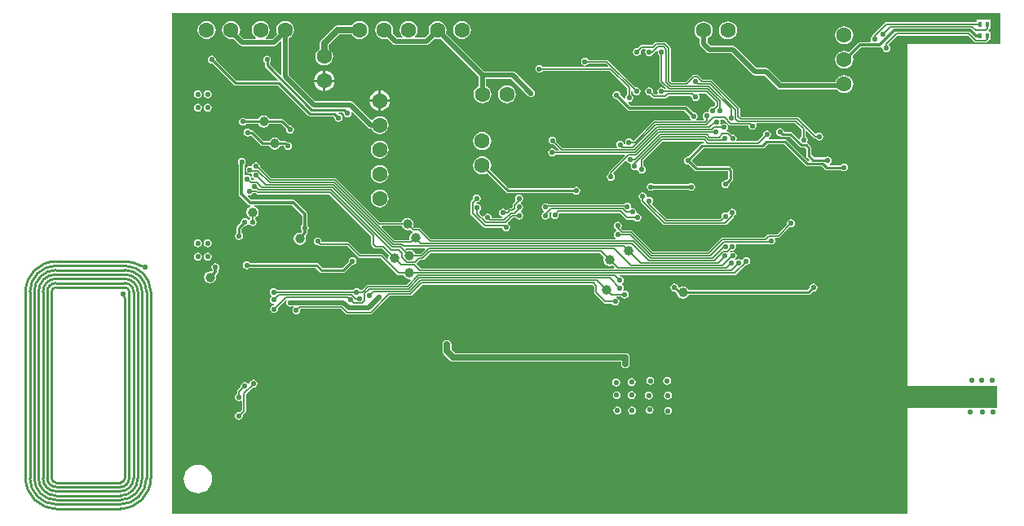
<source format=gbl>
G04 Layer_Physical_Order=2*
G04 Layer_Color=16711680*
%FSLAX44Y44*%
%MOMM*%
G71*
G01*
G75*
G04:AMPARAMS|DCode=17|XSize=1mm|YSize=1mm|CornerRadius=0.5mm|HoleSize=0mm|Usage=FLASHONLY|Rotation=90.000|XOffset=0mm|YOffset=0mm|HoleType=Round|Shape=RoundedRectangle|*
%AMROUNDEDRECTD17*
21,1,1.0000,0.0000,0,0,90.0*
21,1,0.0000,1.0000,0,0,90.0*
1,1,1.0000,0.0000,0.0000*
1,1,1.0000,0.0000,0.0000*
1,1,1.0000,0.0000,0.0000*
1,1,1.0000,0.0000,0.0000*
%
%ADD17ROUNDEDRECTD17*%
G04:AMPARAMS|DCode=18|XSize=1mm|YSize=1mm|CornerRadius=0.5mm|HoleSize=0mm|Usage=FLASHONLY|Rotation=0.000|XOffset=0mm|YOffset=0mm|HoleType=Round|Shape=RoundedRectangle|*
%AMROUNDEDRECTD18*
21,1,1.0000,0.0000,0,0,0.0*
21,1,0.0000,1.0000,0,0,0.0*
1,1,1.0000,0.0000,0.0000*
1,1,1.0000,0.0000,0.0000*
1,1,1.0000,0.0000,0.0000*
1,1,1.0000,0.0000,0.0000*
%
%ADD18ROUNDEDRECTD18*%
%ADD55C,0.1270*%
%ADD56C,0.3048*%
%ADD57C,0.6350*%
%ADD59C,0.1524*%
%ADD60C,0.5080*%
%ADD61C,0.2032*%
%ADD62C,0.2540*%
%ADD63C,0.2499*%
%ADD71C,1.6000*%
%ADD72C,0.5499*%
%ADD73C,0.5540*%
%ADD74C,0.6500*%
%ADD75R,0.4500X0.6000*%
G36*
X2912872Y2427224D02*
X2851150D01*
X2816606Y2427224D01*
Y2071624D01*
X2910078D01*
Y2049018D01*
X2816606D01*
Y1939036D01*
X2053082D01*
X2053082Y2459736D01*
X2912872Y2459736D01*
Y2427224D01*
D02*
G37*
%LPC*%
G36*
X2080000Y2210119D02*
X2078424Y2209805D01*
X2077087Y2208913D01*
X2076194Y2207576D01*
X2075881Y2206000D01*
X2076194Y2204424D01*
X2077087Y2203087D01*
X2078424Y2202195D01*
X2080000Y2201881D01*
X2081576Y2202195D01*
X2082913Y2203087D01*
X2083806Y2204424D01*
X2084119Y2206000D01*
X2083806Y2207576D01*
X2082913Y2208913D01*
X2081576Y2209805D01*
X2080000Y2210119D01*
D02*
G37*
G36*
X2090000D02*
X2088424Y2209805D01*
X2087087Y2208913D01*
X2086194Y2207576D01*
X2085881Y2206000D01*
X2086194Y2204424D01*
X2087087Y2203087D01*
X2088424Y2202195D01*
X2090000Y2201881D01*
X2091576Y2202195D01*
X2092913Y2203087D01*
X2093806Y2204424D01*
X2094119Y2206000D01*
X2093806Y2207576D01*
X2092913Y2208913D01*
X2091576Y2209805D01*
X2090000Y2210119D01*
D02*
G37*
G36*
X2080000Y2224119D02*
X2078424Y2223806D01*
X2077087Y2222913D01*
X2076194Y2221576D01*
X2075881Y2220000D01*
X2076194Y2218424D01*
X2077087Y2217087D01*
X2078424Y2216194D01*
X2080000Y2215881D01*
X2081576Y2216194D01*
X2082913Y2217087D01*
X2083806Y2218424D01*
X2084119Y2220000D01*
X2083806Y2221576D01*
X2082913Y2222913D01*
X2081576Y2223806D01*
X2080000Y2224119D01*
D02*
G37*
G36*
X2240534Y2205537D02*
X2238958Y2205224D01*
X2237621Y2204331D01*
X2236729Y2202994D01*
X2236415Y2201418D01*
X2236491Y2201037D01*
X2229833Y2194380D01*
X2209579D01*
X2205027Y2198931D01*
X2204187Y2199493D01*
X2203196Y2199690D01*
X2133680D01*
X2133465Y2200013D01*
X2132128Y2200905D01*
X2130552Y2201219D01*
X2128976Y2200905D01*
X2127639Y2200013D01*
X2126747Y2198676D01*
X2126433Y2197100D01*
X2126747Y2195524D01*
X2127639Y2194187D01*
X2128976Y2193295D01*
X2130552Y2192981D01*
X2132128Y2193295D01*
X2133465Y2194187D01*
X2133680Y2194510D01*
X2202123D01*
X2206675Y2189959D01*
X2207515Y2189397D01*
X2208506Y2189200D01*
X2230906D01*
X2231897Y2189397D01*
X2232737Y2189959D01*
X2240153Y2197375D01*
X2240534Y2197299D01*
X2242110Y2197612D01*
X2243447Y2198505D01*
X2244339Y2199842D01*
X2244653Y2201418D01*
X2244339Y2202994D01*
X2243447Y2204331D01*
X2242110Y2205224D01*
X2240534Y2205537D01*
D02*
G37*
G36*
X2338578Y2119336D02*
X2336844Y2118991D01*
X2335373Y2118009D01*
X2334391Y2116538D01*
X2334046Y2114804D01*
Y2107946D01*
X2334391Y2106212D01*
X2335373Y2104741D01*
X2341977Y2098137D01*
X2341977Y2098137D01*
X2343448Y2097155D01*
X2345182Y2096810D01*
X2345182Y2096810D01*
X2519212D01*
Y2094738D01*
X2519557Y2093004D01*
X2520539Y2091533D01*
X2522010Y2090551D01*
X2523744Y2090206D01*
X2525478Y2090551D01*
X2526949Y2091533D01*
X2527931Y2093004D01*
X2528276Y2094738D01*
Y2101342D01*
X2527931Y2103076D01*
X2526949Y2104547D01*
X2525478Y2105529D01*
X2523744Y2105874D01*
X2347059D01*
X2343110Y2109823D01*
Y2114804D01*
X2342765Y2116538D01*
X2341783Y2118009D01*
X2340312Y2118991D01*
X2338578Y2119336D01*
D02*
G37*
G36*
X2719070Y2178081D02*
X2717494Y2177767D01*
X2716158Y2176875D01*
X2715265Y2175538D01*
X2714951Y2173962D01*
X2715027Y2173581D01*
X2712687Y2171242D01*
X2589498D01*
X2588208Y2173172D01*
X2586134Y2174558D01*
X2583688Y2175045D01*
X2581241Y2174558D01*
X2580120Y2173809D01*
X2579918Y2173834D01*
X2578795Y2174451D01*
X2578579Y2175538D01*
X2577686Y2176875D01*
X2576350Y2177767D01*
X2574774Y2178081D01*
X2573198Y2177767D01*
X2571861Y2176875D01*
X2570968Y2175538D01*
X2570655Y2173962D01*
X2570968Y2172386D01*
X2571861Y2171049D01*
X2573198Y2170156D01*
X2574774Y2169843D01*
X2575155Y2169919D01*
X2577512Y2167561D01*
X2577782Y2166206D01*
X2579167Y2164132D01*
X2581241Y2162746D01*
X2583688Y2162259D01*
X2586134Y2162746D01*
X2588208Y2164132D01*
X2589498Y2166062D01*
X2713760D01*
X2714751Y2166259D01*
X2715591Y2166821D01*
X2718689Y2169919D01*
X2719070Y2169843D01*
X2720646Y2170156D01*
X2721983Y2171049D01*
X2722875Y2172386D01*
X2723189Y2173962D01*
X2722875Y2175538D01*
X2721983Y2176875D01*
X2720646Y2177767D01*
X2719070Y2178081D01*
D02*
G37*
G36*
X2098040Y2199187D02*
X2096464Y2198873D01*
X2095127Y2197981D01*
X2094234Y2196644D01*
X2093921Y2195068D01*
X2094234Y2193492D01*
X2095127Y2192155D01*
X2094846Y2191247D01*
X2094223Y2190695D01*
X2092452Y2191047D01*
X2090006Y2190560D01*
X2087932Y2189174D01*
X2086546Y2187100D01*
X2086059Y2184654D01*
X2086546Y2182208D01*
X2087932Y2180134D01*
X2090006Y2178748D01*
X2092452Y2178261D01*
X2094898Y2178748D01*
X2096972Y2180134D01*
X2098358Y2182208D01*
X2098845Y2184654D01*
X2098453Y2186626D01*
X2100054Y2188228D01*
X2100672Y2189152D01*
X2100889Y2190242D01*
X2100889Y2190242D01*
Y2192113D01*
X2100953Y2192155D01*
X2101846Y2193492D01*
X2102159Y2195068D01*
X2101846Y2196644D01*
X2100953Y2197981D01*
X2099616Y2198873D01*
X2098040Y2199187D01*
D02*
G37*
G36*
X2268728Y2276046D02*
X2266308Y2275727D01*
X2264053Y2274793D01*
X2262117Y2273307D01*
X2260631Y2271371D01*
X2259697Y2269116D01*
X2259378Y2266696D01*
X2259697Y2264276D01*
X2260631Y2262021D01*
X2262117Y2260085D01*
X2264053Y2258599D01*
X2266308Y2257665D01*
X2268728Y2257346D01*
X2271148Y2257665D01*
X2273403Y2258599D01*
X2275339Y2260085D01*
X2276825Y2262021D01*
X2277759Y2264276D01*
X2278078Y2266696D01*
X2277759Y2269116D01*
X2276825Y2271371D01*
X2275339Y2273307D01*
X2273403Y2274793D01*
X2271148Y2275727D01*
X2268728Y2276046D01*
D02*
G37*
G36*
X2525776Y2262433D02*
X2524200Y2262119D01*
X2522863Y2261227D01*
X2522269Y2260336D01*
X2443938D01*
X2443853Y2260465D01*
X2442516Y2261358D01*
X2440940Y2261671D01*
X2439364Y2261358D01*
X2438027Y2260465D01*
X2437135Y2259128D01*
X2436821Y2257552D01*
X2437135Y2255976D01*
X2438027Y2254639D01*
X2439345Y2253759D01*
X2439364Y2253658D01*
Y2252556D01*
X2439345Y2252455D01*
X2438027Y2251575D01*
X2437135Y2250238D01*
X2436821Y2248662D01*
X2437135Y2247086D01*
X2438027Y2245749D01*
X2439364Y2244857D01*
X2440940Y2244543D01*
X2442516Y2244857D01*
X2443853Y2245749D01*
X2444745Y2247086D01*
X2445059Y2248662D01*
X2444745Y2250238D01*
X2444310Y2250889D01*
X2446635Y2253214D01*
X2446814Y2253170D01*
X2447283Y2251743D01*
X2446786Y2251000D01*
X2446473Y2249424D01*
X2446786Y2247848D01*
X2447679Y2246511D01*
X2449016Y2245618D01*
X2450592Y2245305D01*
X2452168Y2245618D01*
X2453505Y2246511D01*
X2454397Y2247848D01*
X2454711Y2249424D01*
X2454512Y2250422D01*
X2455358Y2251372D01*
X2518114D01*
X2524229Y2245257D01*
X2524859Y2244836D01*
X2525602Y2244688D01*
X2532629D01*
X2533277Y2243717D01*
X2534614Y2242825D01*
X2536190Y2242511D01*
X2537766Y2242825D01*
X2539103Y2243717D01*
X2539996Y2245054D01*
X2540309Y2246630D01*
X2539996Y2248206D01*
X2539103Y2249543D01*
X2537766Y2250435D01*
X2536190Y2250749D01*
X2536181Y2250747D01*
X2535101Y2251827D01*
X2535229Y2252472D01*
X2534915Y2254048D01*
X2534023Y2255385D01*
X2532686Y2256277D01*
X2531110Y2256591D01*
X2530836Y2256537D01*
X2529756Y2257617D01*
X2529895Y2258314D01*
X2529581Y2259890D01*
X2528689Y2261227D01*
X2527352Y2262119D01*
X2525776Y2262433D01*
D02*
G37*
G36*
X2375154Y2310336D02*
X2372734Y2310017D01*
X2370479Y2309083D01*
X2368543Y2307597D01*
X2367057Y2305661D01*
X2366123Y2303406D01*
X2365804Y2300986D01*
X2366123Y2298566D01*
X2367057Y2296311D01*
X2368543Y2294375D01*
X2370479Y2292889D01*
X2372734Y2291955D01*
X2375154Y2291636D01*
X2377574Y2291955D01*
X2379659Y2292818D01*
X2399739Y2272739D01*
X2400579Y2272177D01*
X2401570Y2271980D01*
X2469816D01*
X2470031Y2271657D01*
X2471368Y2270764D01*
X2472944Y2270451D01*
X2474520Y2270764D01*
X2475857Y2271657D01*
X2476750Y2272994D01*
X2477063Y2274570D01*
X2476750Y2276146D01*
X2475857Y2277483D01*
X2474520Y2278376D01*
X2472944Y2278689D01*
X2471368Y2278376D01*
X2470031Y2277483D01*
X2469816Y2277160D01*
X2402643D01*
X2383322Y2296481D01*
X2384185Y2298566D01*
X2384504Y2300986D01*
X2384185Y2303406D01*
X2383251Y2305661D01*
X2381765Y2307597D01*
X2379829Y2309083D01*
X2377574Y2310017D01*
X2375154Y2310336D01*
D02*
G37*
G36*
X2369566Y2270815D02*
X2367990Y2270502D01*
X2366653Y2269609D01*
X2365760Y2268272D01*
X2365447Y2266696D01*
X2365583Y2266010D01*
X2363370Y2263796D01*
X2362865Y2263040D01*
X2362687Y2262148D01*
Y2251439D01*
X2362865Y2250547D01*
X2363370Y2249791D01*
X2376307Y2236854D01*
X2377063Y2236349D01*
X2377955Y2236171D01*
X2395986D01*
X2396241Y2234894D01*
X2397133Y2233557D01*
X2398470Y2232664D01*
X2400046Y2232351D01*
X2401622Y2232664D01*
X2402959Y2233557D01*
X2403851Y2234894D01*
X2404165Y2236470D01*
X2403851Y2238046D01*
X2402959Y2239383D01*
X2402218Y2239878D01*
X2401950Y2241407D01*
X2407134Y2246590D01*
X2410026D01*
X2410588Y2245749D01*
X2411924Y2244857D01*
X2413500Y2244543D01*
X2415077Y2244857D01*
X2416413Y2245749D01*
X2417306Y2247086D01*
X2417619Y2248662D01*
X2417306Y2250238D01*
X2416413Y2251575D01*
X2415095Y2252455D01*
X2415077Y2252556D01*
Y2253658D01*
X2415095Y2253759D01*
X2416413Y2254639D01*
X2417306Y2255976D01*
X2417619Y2257552D01*
X2417306Y2259128D01*
X2416413Y2260465D01*
X2415175Y2261292D01*
X2415082Y2261418D01*
X2415077Y2261446D01*
Y2262548D01*
X2415095Y2262649D01*
X2416413Y2263529D01*
X2417306Y2264866D01*
X2417619Y2266442D01*
X2417306Y2268018D01*
X2416413Y2269355D01*
X2415077Y2270247D01*
X2413500Y2270561D01*
X2411924Y2270247D01*
X2410588Y2269355D01*
X2409695Y2268018D01*
X2409381Y2266442D01*
X2409695Y2264866D01*
X2410255Y2264028D01*
X2407233Y2261006D01*
X2406784Y2260334D01*
X2406627Y2259541D01*
X2406627Y2259541D01*
Y2257411D01*
X2405538Y2256322D01*
X2403961D01*
X2403168Y2256164D01*
X2402496Y2255715D01*
X2402496Y2255715D01*
X2401244Y2254463D01*
X2399674Y2254597D01*
X2399657Y2254623D01*
X2398320Y2255515D01*
X2396744Y2255829D01*
X2395168Y2255515D01*
X2393831Y2254623D01*
X2392939Y2253286D01*
X2392625Y2251710D01*
X2392939Y2250134D01*
X2393831Y2248797D01*
X2395168Y2247905D01*
X2396267Y2247686D01*
X2396142Y2246416D01*
X2385245D01*
X2384861Y2246884D01*
X2384547Y2248460D01*
X2383655Y2249797D01*
X2382318Y2250690D01*
X2380742Y2251003D01*
X2379166Y2250690D01*
X2377829Y2249797D01*
X2376976Y2248519D01*
X2376823Y2248356D01*
X2375622Y2248076D01*
X2372146Y2251552D01*
Y2253570D01*
X2372987Y2254131D01*
X2373880Y2255468D01*
X2374193Y2257044D01*
X2373880Y2258620D01*
X2372987Y2259957D01*
X2371650Y2260849D01*
X2370074Y2261163D01*
X2369901Y2261129D01*
X2369186Y2262281D01*
X2369434Y2262603D01*
X2369566Y2262577D01*
X2371142Y2262890D01*
X2372479Y2263783D01*
X2373371Y2265120D01*
X2373685Y2266696D01*
X2373371Y2268272D01*
X2372479Y2269609D01*
X2371142Y2270502D01*
X2369566Y2270815D01*
D02*
G37*
G36*
X2090000Y2224119D02*
X2088424Y2223806D01*
X2087087Y2222913D01*
X2086194Y2221576D01*
X2085881Y2220000D01*
X2086194Y2218424D01*
X2087087Y2217087D01*
X2088424Y2216194D01*
X2090000Y2215881D01*
X2091576Y2216194D01*
X2092913Y2217087D01*
X2093806Y2218424D01*
X2094119Y2220000D01*
X2093806Y2221576D01*
X2092913Y2222913D01*
X2091576Y2223806D01*
X2090000Y2224119D01*
D02*
G37*
G36*
X2125429Y2308849D02*
X2123853Y2308535D01*
X2122516Y2307643D01*
X2121623Y2306306D01*
X2121310Y2304730D01*
X2121623Y2303154D01*
X2122516Y2301817D01*
X2122545Y2301799D01*
Y2271032D01*
X2122545Y2271032D01*
X2122761Y2269942D01*
X2123379Y2269017D01*
X2132015Y2260381D01*
X2132015Y2260381D01*
X2132939Y2259764D01*
X2134029Y2259547D01*
X2134176Y2259414D01*
X2134184Y2259008D01*
X2133917Y2257934D01*
X2132128Y2256738D01*
X2130742Y2254664D01*
X2130255Y2252218D01*
X2130742Y2249772D01*
X2132128Y2247698D01*
X2133947Y2246482D01*
X2133996Y2245434D01*
X2133916Y2245091D01*
X2133735Y2244971D01*
X2133332Y2244367D01*
X2131805D01*
X2131468Y2244872D01*
X2130132Y2245764D01*
X2128556Y2246078D01*
X2126979Y2245764D01*
X2125643Y2244872D01*
X2124750Y2243535D01*
X2124436Y2241959D01*
X2124512Y2241578D01*
X2120847Y2237913D01*
X2120285Y2237072D01*
X2120088Y2236081D01*
Y2230708D01*
X2119765Y2230493D01*
X2118873Y2229156D01*
X2118559Y2227580D01*
X2118873Y2226004D01*
X2119765Y2224667D01*
X2121102Y2223775D01*
X2122678Y2223461D01*
X2124254Y2223775D01*
X2125591Y2224667D01*
X2126483Y2226004D01*
X2126797Y2227580D01*
X2126483Y2229156D01*
X2125591Y2230493D01*
X2125268Y2230708D01*
Y2235009D01*
X2128175Y2237916D01*
X2128556Y2237840D01*
X2130132Y2238154D01*
X2131468Y2239046D01*
X2131871Y2239650D01*
X2133399D01*
X2133735Y2239145D01*
X2135072Y2238253D01*
X2136648Y2237939D01*
X2138224Y2238253D01*
X2139561Y2239145D01*
X2140453Y2240482D01*
X2140767Y2242058D01*
X2140453Y2243634D01*
X2139561Y2244971D01*
X2139380Y2245091D01*
X2139300Y2245434D01*
X2139349Y2246482D01*
X2141168Y2247698D01*
X2142554Y2249772D01*
X2143041Y2252218D01*
X2142554Y2254664D01*
X2141168Y2256738D01*
X2139094Y2258124D01*
X2138326Y2258277D01*
X2138451Y2259547D01*
X2177614D01*
X2188155Y2249006D01*
Y2239341D01*
X2187837Y2239129D01*
X2186944Y2237792D01*
X2186631Y2236216D01*
X2186944Y2234640D01*
X2187837Y2233303D01*
X2187749Y2231976D01*
X2186746Y2230973D01*
X2185622Y2231197D01*
X2183175Y2230710D01*
X2181101Y2229324D01*
X2179716Y2227250D01*
X2179229Y2224804D01*
X2179716Y2222357D01*
X2181101Y2220283D01*
X2183175Y2218898D01*
X2185622Y2218411D01*
X2188068Y2218898D01*
X2190142Y2220283D01*
X2191528Y2222357D01*
X2192015Y2224804D01*
X2191528Y2227250D01*
X2191349Y2227518D01*
X2193018Y2229188D01*
X2193018Y2229188D01*
X2193636Y2230112D01*
X2193853Y2231202D01*
X2193853Y2231202D01*
Y2233588D01*
X2194556Y2234640D01*
X2194869Y2236216D01*
X2194556Y2237792D01*
X2193853Y2238844D01*
Y2250186D01*
X2193636Y2251276D01*
X2193018Y2252200D01*
X2193018Y2252200D01*
X2180809Y2264410D01*
X2179884Y2265028D01*
X2178794Y2265244D01*
X2178794Y2265244D01*
X2135209D01*
X2131402Y2269052D01*
X2131457Y2269179D01*
X2132151Y2270099D01*
X2133453Y2269840D01*
X2135029Y2270154D01*
X2136365Y2271047D01*
X2137163Y2272240D01*
X2139764D01*
X2140482Y2271521D01*
X2140482Y2271521D01*
X2141113Y2271100D01*
X2141856Y2270952D01*
X2141856Y2270953D01*
X2216476D01*
X2259928Y2227501D01*
Y2218944D01*
X2260076Y2218201D01*
X2260497Y2217571D01*
X2263036Y2215031D01*
X2263037Y2215031D01*
X2263667Y2214610D01*
X2264410Y2214462D01*
X2271225D01*
X2278347Y2207340D01*
X2278062Y2206912D01*
X2277575Y2204466D01*
X2277635Y2204166D01*
X2276464Y2203540D01*
X2271734Y2208271D01*
X2271104Y2208692D01*
X2270360Y2208840D01*
X2248705D01*
X2236973Y2220571D01*
X2236343Y2220992D01*
X2235600Y2221140D01*
X2209030D01*
X2208331Y2221992D01*
X2208017Y2223568D01*
X2207125Y2224905D01*
X2205788Y2225797D01*
X2204212Y2226111D01*
X2202636Y2225797D01*
X2201299Y2224905D01*
X2200406Y2223568D01*
X2200093Y2221992D01*
X2200406Y2220416D01*
X2201299Y2219079D01*
X2202636Y2218186D01*
X2204212Y2217873D01*
X2205356Y2218101D01*
X2205632Y2217825D01*
X2205633Y2217825D01*
X2206263Y2217404D01*
X2207006Y2217256D01*
X2234795D01*
X2246527Y2205524D01*
X2247157Y2205103D01*
X2247900Y2204955D01*
X2269556D01*
X2286913Y2187599D01*
X2287543Y2187177D01*
X2288286Y2187030D01*
X2293456D01*
X2293556Y2186526D01*
X2294942Y2184452D01*
X2297016Y2183066D01*
X2299462Y2182579D01*
X2300572Y2182800D01*
X2301198Y2181629D01*
X2296512Y2176944D01*
X2256500D01*
X2255757Y2176797D01*
X2255126Y2176375D01*
X2250107Y2171356D01*
X2248159D01*
X2247511Y2172327D01*
X2246174Y2173219D01*
X2244598Y2173533D01*
X2243022Y2173219D01*
X2241685Y2172327D01*
X2241037Y2171356D01*
X2162053D01*
X2161405Y2172327D01*
X2160068Y2173219D01*
X2158492Y2173533D01*
X2156916Y2173219D01*
X2155579Y2172327D01*
X2154686Y2170990D01*
X2154373Y2169414D01*
X2154686Y2167838D01*
X2155579Y2166501D01*
X2156425Y2165936D01*
Y2164510D01*
X2155579Y2163945D01*
X2154686Y2162608D01*
X2154373Y2161032D01*
X2154686Y2159456D01*
X2155579Y2158119D01*
X2156916Y2157227D01*
X2158492Y2156913D01*
X2158649Y2155725D01*
X2157807Y2155516D01*
X2157424Y2155439D01*
X2156087Y2154547D01*
X2155195Y2153210D01*
X2154881Y2151634D01*
X2155195Y2150058D01*
X2156087Y2148721D01*
X2157424Y2147829D01*
X2159000Y2147515D01*
X2160576Y2147829D01*
X2161913Y2148721D01*
X2162805Y2150058D01*
X2163119Y2151634D01*
X2162891Y2152778D01*
X2171446Y2161333D01*
X2172432Y2160524D01*
X2171958Y2159814D01*
X2171645Y2158238D01*
X2171958Y2156662D01*
X2172851Y2155325D01*
X2174188Y2154433D01*
X2175764Y2154119D01*
X2176942Y2154353D01*
X2178907D01*
X2179292Y2153083D01*
X2179201Y2153023D01*
X2178309Y2151686D01*
X2177995Y2150110D01*
X2178309Y2148534D01*
X2179201Y2147197D01*
X2180538Y2146304D01*
X2182114Y2145991D01*
X2183690Y2146304D01*
X2185027Y2147197D01*
X2185919Y2148534D01*
X2186233Y2150110D01*
X2186098Y2150789D01*
X2187018Y2151851D01*
X2228490D01*
X2233509Y2146832D01*
X2234140Y2146411D01*
X2234883Y2146263D01*
X2259210D01*
X2259954Y2146411D01*
X2260584Y2146832D01*
X2279192Y2165440D01*
X2300473D01*
X2301216Y2165587D01*
X2301847Y2166009D01*
X2312708Y2176870D01*
X2489666D01*
X2491576Y2174960D01*
Y2168906D01*
X2491723Y2168163D01*
X2492145Y2167533D01*
X2501543Y2158135D01*
X2502173Y2157713D01*
X2502916Y2157566D01*
X2509769D01*
X2510417Y2156595D01*
X2511754Y2155703D01*
X2513330Y2155389D01*
X2514906Y2155703D01*
X2516243Y2156595D01*
X2517135Y2157932D01*
X2517449Y2159508D01*
X2517135Y2161084D01*
X2516243Y2162421D01*
X2514906Y2163313D01*
X2514433Y2163408D01*
X2514558Y2164678D01*
X2519421D01*
X2520069Y2163707D01*
X2521406Y2162814D01*
X2522982Y2162501D01*
X2524558Y2162814D01*
X2525895Y2163707D01*
X2526788Y2165044D01*
X2527101Y2166620D01*
X2526788Y2168196D01*
X2525895Y2169533D01*
X2524558Y2170426D01*
X2522982Y2170739D01*
X2522378Y2170619D01*
X2521614Y2171762D01*
X2521707Y2171902D01*
X2522021Y2173478D01*
X2521707Y2175054D01*
X2520815Y2176391D01*
X2520234Y2176778D01*
Y2178306D01*
X2520815Y2178693D01*
X2521707Y2180030D01*
X2522021Y2181606D01*
X2521707Y2183182D01*
X2520815Y2184519D01*
X2519478Y2185412D01*
X2517902Y2185725D01*
X2517702Y2185685D01*
X2517641Y2185760D01*
X2518242Y2187030D01*
X2637543D01*
X2638287Y2187177D01*
X2638917Y2187599D01*
X2648717Y2197399D01*
X2649220Y2197299D01*
X2650796Y2197612D01*
X2652133Y2198505D01*
X2653026Y2199842D01*
X2653339Y2201418D01*
X2653026Y2202994D01*
X2652133Y2204331D01*
X2650796Y2205224D01*
X2649220Y2205537D01*
X2647644Y2205224D01*
X2646307Y2204331D01*
X2645414Y2202994D01*
X2645393Y2202887D01*
X2644970Y2202668D01*
X2644014Y2202462D01*
X2642922Y2203192D01*
X2641346Y2203505D01*
X2639770Y2203192D01*
X2639176Y2202795D01*
X2637572Y2203107D01*
X2637555Y2203123D01*
X2637413Y2203366D01*
X2637455Y2203451D01*
X2638417Y2204093D01*
X2639309Y2205430D01*
X2639623Y2207006D01*
X2639309Y2208582D01*
X2638417Y2209919D01*
X2637080Y2210811D01*
X2635504Y2211125D01*
X2633928Y2210811D01*
X2632818Y2210070D01*
X2631663Y2210116D01*
X2631524Y2210145D01*
X2631313Y2210291D01*
X2631297Y2210459D01*
X2633350Y2212511D01*
X2634488Y2212285D01*
X2636064Y2212599D01*
X2637401Y2213491D01*
X2638293Y2214828D01*
X2638607Y2216404D01*
X2638316Y2217867D01*
X2638362Y2218189D01*
X2638868Y2219137D01*
X2673524D01*
X2673806Y2218949D01*
X2675382Y2218635D01*
X2676958Y2218949D01*
X2678295Y2219841D01*
X2679188Y2221178D01*
X2679501Y2222754D01*
X2679188Y2224330D01*
X2679062Y2224518D01*
X2679661Y2225638D01*
X2682557D01*
X2683301Y2225786D01*
X2683931Y2226207D01*
X2694557Y2236833D01*
X2695702Y2236606D01*
X2697278Y2236919D01*
X2698615Y2237812D01*
X2699507Y2239148D01*
X2699821Y2240724D01*
X2699507Y2242301D01*
X2698615Y2243637D01*
X2697278Y2244530D01*
X2695702Y2244843D01*
X2694126Y2244530D01*
X2692789Y2243637D01*
X2691896Y2242301D01*
X2691583Y2240724D01*
X2691811Y2239580D01*
X2681753Y2229522D01*
X2672842D01*
X2672099Y2229375D01*
X2671469Y2228953D01*
X2668228Y2225712D01*
X2624328D01*
X2624328Y2225712D01*
X2623585Y2225565D01*
X2622955Y2225143D01*
X2622954Y2225143D01*
X2609300Y2211488D01*
X2552597D01*
X2531322Y2232763D01*
X2530692Y2233185D01*
X2529948Y2233332D01*
X2521246D01*
X2518967Y2235612D01*
X2519675Y2236672D01*
X2519989Y2238248D01*
X2519675Y2239824D01*
X2518783Y2241161D01*
X2517446Y2242054D01*
X2515870Y2242367D01*
X2514294Y2242054D01*
X2512957Y2241161D01*
X2512065Y2239824D01*
X2511751Y2238248D01*
X2512065Y2236672D01*
X2512957Y2235335D01*
X2514294Y2234442D01*
X2514460Y2233931D01*
X2514294Y2232655D01*
X2512957Y2231763D01*
X2512065Y2230426D01*
X2511751Y2228850D01*
X2512065Y2227274D01*
X2512957Y2225937D01*
X2513674Y2225458D01*
X2513289Y2224188D01*
X2322110D01*
X2310995Y2235303D01*
X2310365Y2235724D01*
X2309622Y2235872D01*
X2304330D01*
X2303051Y2237152D01*
X2303336Y2237580D01*
X2303823Y2240026D01*
X2303336Y2242472D01*
X2301950Y2244546D01*
X2299876Y2245932D01*
X2297430Y2246419D01*
X2294984Y2245932D01*
X2292910Y2244546D01*
X2291524Y2242472D01*
X2291423Y2241968D01*
X2269133D01*
X2224127Y2286974D01*
X2223497Y2287395D01*
X2222753Y2287543D01*
X2156183D01*
X2144229Y2299497D01*
X2144323Y2299970D01*
X2144010Y2301546D01*
X2143117Y2302883D01*
X2141780Y2303775D01*
X2140204Y2304089D01*
X2138628Y2303775D01*
X2137291Y2302883D01*
X2136398Y2301546D01*
X2136320Y2301152D01*
X2135430Y2300220D01*
X2133854Y2300533D01*
X2132278Y2300220D01*
X2130941Y2299327D01*
X2130049Y2297990D01*
X2129735Y2296414D01*
X2130049Y2294838D01*
X2130941Y2293501D01*
X2132278Y2292608D01*
X2133854Y2292295D01*
X2135274Y2292578D01*
X2135856Y2292148D01*
X2136302Y2291664D01*
X2136085Y2290572D01*
X2136398Y2288996D01*
X2137291Y2287659D01*
X2138628Y2286767D01*
X2138459Y2285505D01*
X2136372D01*
X2135368Y2286691D01*
X2135433Y2287016D01*
X2135119Y2288592D01*
X2134227Y2289929D01*
X2132890Y2290822D01*
X2131314Y2291135D01*
X2129738Y2290822D01*
X2129512Y2290671D01*
X2128242Y2291349D01*
Y2301751D01*
X2128341Y2301817D01*
X2129234Y2303154D01*
X2129548Y2304730D01*
X2129234Y2306306D01*
X2128341Y2307643D01*
X2127005Y2308535D01*
X2125429Y2308849D01*
D02*
G37*
G36*
X2541778Y2272847D02*
X2540202Y2272534D01*
X2538865Y2271641D01*
X2537973Y2270304D01*
X2537659Y2268728D01*
X2537973Y2267152D01*
X2538865Y2265815D01*
X2539836Y2265167D01*
Y2263866D01*
X2539984Y2263123D01*
X2540405Y2262493D01*
X2563331Y2239566D01*
X2563961Y2239145D01*
X2564705Y2238997D01*
X2627026D01*
X2627770Y2239145D01*
X2628400Y2239566D01*
X2636115Y2247281D01*
X2636537Y2247911D01*
X2636627Y2248365D01*
X2637655Y2249051D01*
X2638547Y2250388D01*
X2638861Y2251964D01*
X2638547Y2253540D01*
X2637655Y2254877D01*
X2636318Y2255770D01*
X2634742Y2256083D01*
X2633166Y2255770D01*
X2631830Y2254877D01*
X2630937Y2253540D01*
X2630724Y2252473D01*
X2629572Y2251849D01*
X2629400Y2251830D01*
X2629206Y2251960D01*
X2627630Y2252273D01*
X2626054Y2251960D01*
X2624717Y2251067D01*
X2623824Y2249730D01*
X2623511Y2248154D01*
X2623739Y2247009D01*
X2622151Y2245421D01*
X2566561D01*
X2551245Y2260738D01*
X2551295Y2261243D01*
X2552188Y2262580D01*
X2552501Y2264156D01*
X2552188Y2265732D01*
X2551295Y2267069D01*
X2549958Y2267961D01*
X2548382Y2268275D01*
X2547049Y2268010D01*
X2546219Y2268528D01*
X2545870Y2268864D01*
X2545583Y2270304D01*
X2544691Y2271641D01*
X2543354Y2272534D01*
X2541778Y2272847D01*
D02*
G37*
G36*
X2549144Y2050851D02*
X2547568Y2050538D01*
X2546231Y2049645D01*
X2545338Y2048308D01*
X2545025Y2046732D01*
X2545338Y2045156D01*
X2546231Y2043819D01*
X2547568Y2042926D01*
X2549144Y2042613D01*
X2550720Y2042926D01*
X2552057Y2043819D01*
X2552950Y2045156D01*
X2553263Y2046732D01*
X2552950Y2048308D01*
X2552057Y2049645D01*
X2550720Y2050538D01*
X2549144Y2050851D01*
D02*
G37*
G36*
X2548128Y2065837D02*
X2546552Y2065524D01*
X2545215Y2064631D01*
X2544323Y2063294D01*
X2544009Y2061718D01*
X2544323Y2060142D01*
X2545215Y2058805D01*
X2546552Y2057912D01*
X2548128Y2057599D01*
X2549704Y2057912D01*
X2551041Y2058805D01*
X2551933Y2060142D01*
X2552247Y2061718D01*
X2551933Y2063294D01*
X2551041Y2064631D01*
X2549704Y2065524D01*
X2548128Y2065837D01*
D02*
G37*
G36*
X2567940D02*
X2566364Y2065524D01*
X2565027Y2064631D01*
X2564135Y2063294D01*
X2563821Y2061718D01*
X2564135Y2060142D01*
X2565027Y2058805D01*
X2566364Y2057912D01*
X2567940Y2057599D01*
X2569516Y2057912D01*
X2570853Y2058805D01*
X2571746Y2060142D01*
X2572059Y2061718D01*
X2571746Y2063294D01*
X2570853Y2064631D01*
X2569516Y2065524D01*
X2567940Y2065837D01*
D02*
G37*
G36*
X2515362Y2050343D02*
X2513786Y2050029D01*
X2512449Y2049137D01*
X2511557Y2047800D01*
X2511243Y2046224D01*
X2511557Y2044648D01*
X2512449Y2043311D01*
X2513786Y2042419D01*
X2515362Y2042105D01*
X2516938Y2042419D01*
X2518275Y2043311D01*
X2519167Y2044648D01*
X2519481Y2046224D01*
X2519167Y2047800D01*
X2518275Y2049137D01*
X2516938Y2050029D01*
X2515362Y2050343D01*
D02*
G37*
G36*
X2080000Y1989841D02*
X2077105Y1989556D01*
X2074320Y1988712D01*
X2071754Y1987340D01*
X2069505Y1985495D01*
X2067660Y1983246D01*
X2066288Y1980680D01*
X2065444Y1977895D01*
X2065159Y1975000D01*
X2065444Y1972105D01*
X2066288Y1969320D01*
X2067660Y1966754D01*
X2069505Y1964505D01*
X2071754Y1962660D01*
X2074320Y1961288D01*
X2077105Y1960444D01*
X2080000Y1960159D01*
X2082895Y1960444D01*
X2085680Y1961288D01*
X2088246Y1962660D01*
X2090495Y1964505D01*
X2092340Y1966754D01*
X2093712Y1969320D01*
X2094556Y1972105D01*
X2094841Y1975000D01*
X2094556Y1977895D01*
X2093712Y1980680D01*
X2092340Y1983246D01*
X2090495Y1985495D01*
X2088246Y1987340D01*
X2085680Y1988712D01*
X2082895Y1989556D01*
X2080000Y1989841D01*
D02*
G37*
G36*
X2568194Y2049835D02*
X2566618Y2049521D01*
X2565281Y2048629D01*
X2564388Y2047292D01*
X2564075Y2045716D01*
X2564388Y2044140D01*
X2565281Y2042803D01*
X2566618Y2041911D01*
X2568194Y2041597D01*
X2569770Y2041911D01*
X2571107Y2042803D01*
X2572000Y2044140D01*
X2572313Y2045716D01*
X2572000Y2047292D01*
X2571107Y2048629D01*
X2569770Y2049521D01*
X2568194Y2049835D01*
D02*
G37*
G36*
X2530602Y2050089D02*
X2529026Y2049776D01*
X2527689Y2048883D01*
X2526797Y2047546D01*
X2526483Y2045970D01*
X2526797Y2044394D01*
X2527689Y2043057D01*
X2529026Y2042164D01*
X2530602Y2041851D01*
X2532178Y2042164D01*
X2533515Y2043057D01*
X2534408Y2044394D01*
X2534721Y2045970D01*
X2534408Y2047546D01*
X2533515Y2048883D01*
X2532178Y2049776D01*
X2530602Y2050089D01*
D02*
G37*
G36*
X2549652Y2081077D02*
X2548076Y2080764D01*
X2546739Y2079871D01*
X2545847Y2078534D01*
X2545533Y2076958D01*
X2545847Y2075382D01*
X2546739Y2074045D01*
X2548076Y2073152D01*
X2549652Y2072839D01*
X2551228Y2073152D01*
X2552565Y2074045D01*
X2553457Y2075382D01*
X2553771Y2076958D01*
X2553457Y2078534D01*
X2552565Y2079871D01*
X2551228Y2080764D01*
X2549652Y2081077D01*
D02*
G37*
G36*
X2567178D02*
X2565602Y2080764D01*
X2564265Y2079871D01*
X2563372Y2078534D01*
X2563059Y2076958D01*
X2563372Y2075382D01*
X2564265Y2074045D01*
X2565602Y2073152D01*
X2567178Y2072839D01*
X2568754Y2073152D01*
X2570091Y2074045D01*
X2570984Y2075382D01*
X2571297Y2076958D01*
X2570984Y2078534D01*
X2570091Y2079871D01*
X2568754Y2080764D01*
X2567178Y2081077D01*
D02*
G37*
G36*
X2137664Y2078029D02*
X2136088Y2077715D01*
X2134751Y2076823D01*
X2133858Y2075486D01*
X2133568Y2074028D01*
X2133482Y2073862D01*
X2133402Y2073801D01*
X2131718Y2074109D01*
X2131433Y2074537D01*
X2130096Y2075430D01*
X2128520Y2075743D01*
X2126944Y2075430D01*
X2125607Y2074537D01*
X2124715Y2073200D01*
X2124401Y2071624D01*
X2124598Y2070632D01*
X2120959Y2066993D01*
X2120510Y2066321D01*
X2120352Y2065528D01*
X2120352Y2065528D01*
Y2063414D01*
X2119511Y2062853D01*
X2118618Y2061516D01*
X2118305Y2059940D01*
X2118618Y2058364D01*
X2119511Y2057027D01*
X2120848Y2056134D01*
X2122424Y2055821D01*
X2124000Y2056134D01*
X2124416Y2056412D01*
X2125686Y2055734D01*
Y2046574D01*
X2123416Y2044304D01*
X2122424Y2044501D01*
X2120848Y2044187D01*
X2119511Y2043295D01*
X2118618Y2041958D01*
X2118305Y2040382D01*
X2118618Y2038806D01*
X2119511Y2037469D01*
X2120848Y2036577D01*
X2122424Y2036263D01*
X2124000Y2036577D01*
X2125337Y2037469D01*
X2126230Y2038806D01*
X2126543Y2040382D01*
X2126346Y2041374D01*
X2129223Y2044251D01*
X2129223Y2044251D01*
X2129672Y2044923D01*
X2129830Y2045716D01*
X2129830Y2045716D01*
Y2062892D01*
X2136884Y2069946D01*
X2137664Y2069791D01*
X2139240Y2070105D01*
X2140577Y2070997D01*
X2141470Y2072334D01*
X2141783Y2073910D01*
X2141470Y2075486D01*
X2140577Y2076823D01*
X2139240Y2077715D01*
X2137664Y2078029D01*
D02*
G37*
G36*
X2530348Y2079807D02*
X2528772Y2079494D01*
X2527435Y2078601D01*
X2526543Y2077264D01*
X2526229Y2075688D01*
X2526543Y2074112D01*
X2527435Y2072775D01*
X2528772Y2071882D01*
X2530348Y2071569D01*
X2531924Y2071882D01*
X2533261Y2072775D01*
X2534153Y2074112D01*
X2534467Y2075688D01*
X2534153Y2077264D01*
X2533261Y2078601D01*
X2531924Y2079494D01*
X2530348Y2079807D01*
D02*
G37*
G36*
X2514854Y2066091D02*
X2513278Y2065777D01*
X2511941Y2064885D01*
X2511048Y2063548D01*
X2510735Y2061972D01*
X2511048Y2060396D01*
X2511941Y2059059D01*
X2513278Y2058167D01*
X2514854Y2057853D01*
X2516430Y2058167D01*
X2517767Y2059059D01*
X2518660Y2060396D01*
X2518973Y2061972D01*
X2518660Y2063548D01*
X2517767Y2064885D01*
X2516430Y2065777D01*
X2514854Y2066091D01*
D02*
G37*
G36*
X2530348Y2066345D02*
X2528772Y2066031D01*
X2527435Y2065139D01*
X2526543Y2063802D01*
X2526229Y2062226D01*
X2526543Y2060650D01*
X2527435Y2059313D01*
X2528772Y2058421D01*
X2530348Y2058107D01*
X2531924Y2058421D01*
X2533261Y2059313D01*
X2534153Y2060650D01*
X2534467Y2062226D01*
X2534153Y2063802D01*
X2533261Y2065139D01*
X2531924Y2066031D01*
X2530348Y2066345D01*
D02*
G37*
G36*
X2514346Y2079299D02*
X2512770Y2078985D01*
X2511433Y2078093D01*
X2510540Y2076756D01*
X2510227Y2075180D01*
X2510540Y2073604D01*
X2511433Y2072267D01*
X2512770Y2071375D01*
X2514346Y2071061D01*
X2515922Y2071375D01*
X2517259Y2072267D01*
X2518152Y2073604D01*
X2518465Y2075180D01*
X2518152Y2076756D01*
X2517259Y2078093D01*
X2515922Y2078985D01*
X2514346Y2079299D01*
D02*
G37*
G36*
X2592070Y2282753D02*
X2590494Y2282440D01*
X2589157Y2281547D01*
X2589115Y2281483D01*
X2553115D01*
X2553073Y2281547D01*
X2551736Y2282440D01*
X2550160Y2282753D01*
X2548584Y2282440D01*
X2547247Y2281547D01*
X2546355Y2280210D01*
X2546041Y2278634D01*
X2546355Y2277058D01*
X2547247Y2275721D01*
X2548584Y2274828D01*
X2550160Y2274515D01*
X2551736Y2274828D01*
X2553073Y2275721D01*
X2553115Y2275785D01*
X2589115D01*
X2589157Y2275721D01*
X2590494Y2274828D01*
X2592070Y2274515D01*
X2593646Y2274828D01*
X2594983Y2275721D01*
X2595876Y2277058D01*
X2596189Y2278634D01*
X2595876Y2280210D01*
X2594983Y2281547D01*
X2593646Y2282440D01*
X2592070Y2282753D01*
D02*
G37*
G36*
X2209800Y2399334D02*
X2208318Y2399139D01*
X2205755Y2398077D01*
X2203553Y2396387D01*
X2201863Y2394185D01*
X2200801Y2391622D01*
X2200606Y2390140D01*
X2209800D01*
Y2399334D01*
D02*
G37*
G36*
X2221534Y2387600D02*
X2212340D01*
Y2378406D01*
X2213822Y2378601D01*
X2216385Y2379663D01*
X2218587Y2381353D01*
X2220277Y2383555D01*
X2221339Y2386118D01*
X2221534Y2387600D01*
D02*
G37*
G36*
X2556002Y2429166D02*
X2555259Y2429019D01*
X2554629Y2428597D01*
X2554628Y2428597D01*
X2552150Y2426118D01*
X2541016D01*
X2540273Y2425970D01*
X2539643Y2425549D01*
X2536826Y2422733D01*
X2535682Y2422961D01*
X2534106Y2422648D01*
X2532769Y2421755D01*
X2531877Y2420418D01*
X2531563Y2418842D01*
X2531877Y2417266D01*
X2532769Y2415929D01*
X2534106Y2415036D01*
X2535682Y2414723D01*
X2537258Y2415036D01*
X2538595Y2415929D01*
X2539487Y2417266D01*
X2539801Y2418842D01*
X2539573Y2419987D01*
X2541821Y2422234D01*
X2544455D01*
X2545111Y2420964D01*
X2544577Y2420164D01*
X2544263Y2418588D01*
X2544577Y2417012D01*
X2545469Y2415675D01*
X2546806Y2414783D01*
X2548382Y2414469D01*
X2549958Y2414783D01*
X2551295Y2415675D01*
X2551944Y2416647D01*
X2552681Y2416794D01*
X2553311Y2417215D01*
X2556166Y2420069D01*
X2557337Y2419444D01*
X2557217Y2418842D01*
X2557531Y2417266D01*
X2558423Y2415929D01*
X2559394Y2415281D01*
Y2388616D01*
X2559541Y2387873D01*
X2559963Y2387243D01*
X2565760Y2381445D01*
X2565244Y2380166D01*
X2564482Y2380131D01*
X2563995Y2380861D01*
X2562658Y2381754D01*
X2561082Y2382067D01*
X2559506Y2381754D01*
X2558169Y2380861D01*
X2557276Y2379524D01*
X2556963Y2377948D01*
X2557276Y2376372D01*
X2557471Y2376080D01*
X2556792Y2374810D01*
X2554267D01*
X2552273Y2376803D01*
X2552501Y2377948D01*
X2552188Y2379524D01*
X2551295Y2380861D01*
X2549958Y2381754D01*
X2548382Y2382067D01*
X2546806Y2381754D01*
X2545469Y2380861D01*
X2544577Y2379524D01*
X2544263Y2377948D01*
X2544577Y2376372D01*
X2545469Y2375035D01*
X2546806Y2374142D01*
X2548382Y2373829D01*
X2549527Y2374057D01*
X2552089Y2371495D01*
X2552719Y2371073D01*
X2553462Y2370926D01*
X2553462Y2370926D01*
X2565618D01*
X2566361Y2371073D01*
X2566991Y2371495D01*
X2568962Y2373466D01*
X2591653D01*
X2592619Y2372336D01*
X2592523Y2371852D01*
X2592837Y2370276D01*
X2593729Y2368939D01*
X2595066Y2368047D01*
X2596642Y2367733D01*
X2598218Y2368047D01*
X2599555Y2368939D01*
X2600447Y2370276D01*
X2600761Y2371852D01*
X2600447Y2373428D01*
X2599574Y2374736D01*
X2599608Y2374919D01*
X2599983Y2376006D01*
X2607776D01*
X2617302Y2366479D01*
Y2363509D01*
X2615566Y2361773D01*
X2614422Y2362001D01*
X2612846Y2361687D01*
X2611509Y2360795D01*
X2610616Y2359458D01*
X2610303Y2357882D01*
X2610404Y2357376D01*
X2610160Y2357047D01*
X2609298Y2356423D01*
X2608072Y2356667D01*
X2606496Y2356353D01*
X2605159Y2355461D01*
X2604266Y2354124D01*
X2603953Y2352548D01*
X2604266Y2350972D01*
X2605159Y2349635D01*
X2605167Y2348129D01*
X2604700Y2347632D01*
X2597571D01*
X2597186Y2348902D01*
X2597523Y2349127D01*
X2598416Y2350464D01*
X2598729Y2352040D01*
X2598416Y2353616D01*
X2597523Y2354953D01*
X2596186Y2355845D01*
X2594610Y2356159D01*
X2594535Y2356144D01*
X2588242Y2362436D01*
X2587318Y2363054D01*
X2586228Y2363271D01*
X2586228Y2363271D01*
X2529496D01*
X2526913Y2365854D01*
X2527538Y2367025D01*
X2527808Y2366971D01*
X2529384Y2367285D01*
X2530721Y2368177D01*
X2531613Y2369514D01*
X2531927Y2371090D01*
X2531613Y2372666D01*
X2530721Y2374003D01*
X2529750Y2374651D01*
Y2378348D01*
X2531020Y2378917D01*
X2531429Y2378552D01*
X2531309Y2377948D01*
X2531622Y2376372D01*
X2532515Y2375035D01*
X2533852Y2374142D01*
X2535428Y2373829D01*
X2537004Y2374142D01*
X2538341Y2375035D01*
X2539234Y2376372D01*
X2539547Y2377948D01*
X2539234Y2379524D01*
X2538341Y2380861D01*
X2537004Y2381754D01*
X2535428Y2382067D01*
X2534283Y2381839D01*
X2506067Y2410055D01*
X2505437Y2410477D01*
X2504694Y2410624D01*
X2485395D01*
X2484747Y2411595D01*
X2483410Y2412487D01*
X2481834Y2412801D01*
X2480258Y2412487D01*
X2478921Y2411595D01*
X2478029Y2410258D01*
X2477715Y2408682D01*
X2478029Y2407106D01*
X2478921Y2405769D01*
X2480258Y2404877D01*
X2481834Y2404563D01*
X2483410Y2404877D01*
X2484747Y2405769D01*
X2485395Y2406740D01*
X2503889D01*
X2506198Y2404432D01*
X2505712Y2403258D01*
X2437897D01*
X2437249Y2404229D01*
X2435912Y2405121D01*
X2434336Y2405435D01*
X2432760Y2405121D01*
X2431423Y2404229D01*
X2430531Y2402892D01*
X2430217Y2401316D01*
X2430531Y2399740D01*
X2431423Y2398403D01*
X2432760Y2397511D01*
X2434336Y2397197D01*
X2435912Y2397511D01*
X2437249Y2398403D01*
X2437897Y2399374D01*
X2507663D01*
X2525866Y2381171D01*
Y2374651D01*
X2524895Y2374003D01*
X2524003Y2372666D01*
X2523689Y2371090D01*
X2523743Y2370820D01*
X2522572Y2370195D01*
X2518704Y2374063D01*
X2518719Y2374138D01*
X2518405Y2375714D01*
X2517513Y2377051D01*
X2516176Y2377944D01*
X2514600Y2378257D01*
X2513024Y2377944D01*
X2511687Y2377051D01*
X2510795Y2375714D01*
X2510481Y2374138D01*
X2510795Y2372562D01*
X2511687Y2371225D01*
X2513024Y2370332D01*
X2514600Y2370019D01*
X2514675Y2370034D01*
X2526302Y2358408D01*
X2526302Y2358408D01*
X2527226Y2357790D01*
X2528316Y2357573D01*
X2585048D01*
X2590506Y2352115D01*
X2590491Y2352040D01*
X2590804Y2350464D01*
X2591697Y2349127D01*
X2592034Y2348902D01*
X2591649Y2347632D01*
X2554334D01*
X2553590Y2347484D01*
X2552960Y2347063D01*
X2532701Y2326804D01*
X2531115D01*
X2530467Y2327775D01*
X2529130Y2328667D01*
X2527554Y2328981D01*
X2525978Y2328667D01*
X2524641Y2327775D01*
X2523748Y2326438D01*
X2523435Y2324862D01*
X2523690Y2323581D01*
X2523205Y2322587D01*
X2523102Y2322455D01*
X2522529Y2322576D01*
X2522216Y2324152D01*
X2521323Y2325489D01*
X2519986Y2326382D01*
X2518410Y2326695D01*
X2516834Y2326382D01*
X2515497Y2325489D01*
X2514604Y2324152D01*
X2514291Y2322576D01*
X2514604Y2321000D01*
X2515240Y2320049D01*
X2514709Y2318779D01*
X2458914D01*
X2451943Y2325750D01*
X2452171Y2326894D01*
X2451857Y2328470D01*
X2450965Y2329807D01*
X2449628Y2330699D01*
X2448052Y2331013D01*
X2446476Y2330699D01*
X2445139Y2329807D01*
X2444247Y2328470D01*
X2443933Y2326894D01*
X2444247Y2325318D01*
X2445139Y2323981D01*
X2446476Y2323089D01*
X2448052Y2322775D01*
X2449196Y2323003D01*
X2454787Y2317413D01*
X2454301Y2316239D01*
X2451460D01*
X2450711Y2317361D01*
X2449374Y2318253D01*
X2447798Y2318567D01*
X2446222Y2318253D01*
X2444885Y2317361D01*
X2443992Y2316024D01*
X2443679Y2314448D01*
X2443992Y2312872D01*
X2444885Y2311535D01*
X2446222Y2310643D01*
X2447798Y2310329D01*
X2449374Y2310643D01*
X2450711Y2311535D01*
X2451258Y2312355D01*
X2523333D01*
X2523819Y2311181D01*
X2507385Y2294747D01*
X2506964Y2294117D01*
X2506816Y2293373D01*
Y2292609D01*
X2505845Y2291961D01*
X2504953Y2290624D01*
X2504639Y2289048D01*
X2504953Y2287472D01*
X2505845Y2286135D01*
X2507182Y2285242D01*
X2508758Y2284929D01*
X2510334Y2285242D01*
X2511671Y2286135D01*
X2512563Y2287472D01*
X2512877Y2289048D01*
X2512563Y2290624D01*
X2511671Y2291961D01*
X2511557Y2292037D01*
X2511432Y2293301D01*
X2524049Y2305917D01*
X2525077Y2305605D01*
X2525337Y2305409D01*
X2526165Y2304169D01*
X2527502Y2303277D01*
X2529078Y2302963D01*
X2529763Y2301804D01*
X2529590Y2301546D01*
X2529277Y2299970D01*
X2529590Y2298394D01*
X2530483Y2297057D01*
X2531820Y2296165D01*
X2533396Y2295851D01*
X2534972Y2296165D01*
X2535404Y2296453D01*
X2536804Y2295861D01*
X2536956Y2295092D01*
X2537849Y2293755D01*
X2539186Y2292863D01*
X2540762Y2292549D01*
X2542338Y2292863D01*
X2543675Y2293755D01*
X2544568Y2295092D01*
X2544881Y2296668D01*
X2544568Y2298244D01*
X2543675Y2299581D01*
X2542704Y2300229D01*
Y2305888D01*
X2562784Y2325968D01*
X2605163D01*
X2606316Y2324815D01*
X2605830Y2323642D01*
X2603754D01*
X2602763Y2323445D01*
X2601923Y2322883D01*
X2589149Y2310109D01*
X2588768Y2310185D01*
X2587192Y2309872D01*
X2585855Y2308979D01*
X2584962Y2307642D01*
X2584649Y2306066D01*
X2584962Y2304490D01*
X2585855Y2303153D01*
X2587192Y2302260D01*
X2588768Y2301947D01*
X2589149Y2302023D01*
X2595343Y2295829D01*
X2596183Y2295267D01*
X2597174Y2295070D01*
X2630264D01*
X2630350Y2294984D01*
Y2287493D01*
X2628265Y2285408D01*
X2627884Y2285484D01*
X2626308Y2285170D01*
X2624971Y2284277D01*
X2624078Y2282941D01*
X2623765Y2281364D01*
X2624078Y2279788D01*
X2624971Y2278452D01*
X2626308Y2277559D01*
X2627884Y2277245D01*
X2629460Y2277559D01*
X2630797Y2278452D01*
X2631689Y2279788D01*
X2632003Y2281364D01*
X2631927Y2281745D01*
X2634771Y2284589D01*
X2635333Y2285429D01*
X2635529Y2286420D01*
Y2296057D01*
X2635333Y2297048D01*
X2634771Y2297888D01*
X2633168Y2299491D01*
X2632328Y2300052D01*
X2631337Y2300250D01*
X2598247D01*
X2592811Y2305685D01*
X2592887Y2306066D01*
X2592811Y2306447D01*
X2604827Y2318462D01*
X2665730D01*
X2666721Y2318659D01*
X2667561Y2319221D01*
X2671605Y2323264D01*
X2688557D01*
X2710913Y2300909D01*
X2711753Y2300347D01*
X2712744Y2300150D01*
X2727673D01*
X2730930Y2296893D01*
X2731771Y2296331D01*
X2732762Y2296134D01*
X2747803D01*
X2747907Y2295978D01*
X2749244Y2295085D01*
X2750820Y2294772D01*
X2752396Y2295085D01*
X2753733Y2295978D01*
X2754626Y2297314D01*
X2754939Y2298891D01*
X2754626Y2300467D01*
X2753733Y2301803D01*
X2752396Y2302696D01*
X2750820Y2303009D01*
X2749244Y2302696D01*
X2747907Y2301803D01*
X2747581Y2301314D01*
X2736248D01*
X2735862Y2302584D01*
X2736714Y2303153D01*
X2737607Y2304490D01*
X2737921Y2306066D01*
X2737607Y2307642D01*
X2736714Y2308979D01*
X2735378Y2309872D01*
X2733802Y2310185D01*
X2732226Y2309872D01*
X2731130Y2309140D01*
X2719913D01*
X2717064Y2311989D01*
Y2319044D01*
X2716866Y2320035D01*
X2716305Y2320875D01*
X2713281Y2323899D01*
X2712441Y2324461D01*
X2712197Y2325050D01*
X2712715Y2325826D01*
X2713029Y2327402D01*
X2712715Y2328978D01*
X2711823Y2330315D01*
X2710852Y2330963D01*
Y2336548D01*
X2712025Y2337034D01*
X2719474Y2329585D01*
X2720105Y2329164D01*
X2720848Y2329016D01*
X2721605D01*
X2722253Y2328045D01*
X2723590Y2327153D01*
X2725166Y2326839D01*
X2726742Y2327153D01*
X2728079Y2328045D01*
X2728972Y2329382D01*
X2729285Y2330958D01*
X2728972Y2332534D01*
X2728079Y2333871D01*
X2726742Y2334763D01*
X2725166Y2335077D01*
X2723590Y2334763D01*
X2722253Y2333871D01*
X2722180Y2333761D01*
X2720916Y2333637D01*
X2703831Y2350722D01*
X2703200Y2351143D01*
X2702457Y2351291D01*
X2644544D01*
X2642883Y2352952D01*
Y2359955D01*
X2642735Y2360699D01*
X2642314Y2361329D01*
X2642314Y2361329D01*
X2613908Y2389735D01*
X2613278Y2390157D01*
X2612534Y2390304D01*
X2604056D01*
X2599950Y2394410D01*
X2599320Y2394831D01*
X2598576Y2394979D01*
X2594704D01*
X2593960Y2394831D01*
X2593330Y2394410D01*
X2593330Y2394410D01*
X2586684Y2387764D01*
X2572300D01*
X2570898Y2389167D01*
Y2422688D01*
X2570750Y2423431D01*
X2570329Y2424061D01*
X2565793Y2428597D01*
X2565163Y2429019D01*
X2564420Y2429166D01*
X2556002D01*
X2556002Y2429166D01*
D02*
G37*
G36*
X2212340Y2399334D02*
Y2390140D01*
X2221534D01*
X2221339Y2391622D01*
X2220277Y2394185D01*
X2218587Y2396387D01*
X2216385Y2398077D01*
X2213822Y2399139D01*
X2212340Y2399334D01*
D02*
G37*
G36*
X2090000Y2379119D02*
X2088424Y2378806D01*
X2087087Y2377913D01*
X2086194Y2376576D01*
X2085881Y2375000D01*
X2086194Y2373424D01*
X2087087Y2372087D01*
X2088424Y2371194D01*
X2090000Y2370881D01*
X2091576Y2371194D01*
X2092913Y2372087D01*
X2093806Y2373424D01*
X2094119Y2375000D01*
X2093806Y2376576D01*
X2092913Y2377913D01*
X2091576Y2378806D01*
X2090000Y2379119D01*
D02*
G37*
G36*
X2080000D02*
X2078424Y2378806D01*
X2077087Y2377913D01*
X2076194Y2376576D01*
X2075881Y2375000D01*
X2076194Y2373424D01*
X2077087Y2372087D01*
X2078424Y2371194D01*
X2080000Y2370881D01*
X2081576Y2371194D01*
X2082913Y2372087D01*
X2083806Y2373424D01*
X2084119Y2375000D01*
X2083806Y2376576D01*
X2082913Y2377913D01*
X2081576Y2378806D01*
X2080000Y2379119D01*
D02*
G37*
G36*
X2209800Y2387600D02*
X2200606D01*
X2200801Y2386118D01*
X2201863Y2383555D01*
X2203553Y2381353D01*
X2205755Y2379663D01*
X2208318Y2378601D01*
X2209800Y2378406D01*
Y2387600D01*
D02*
G37*
G36*
X2605024Y2450798D02*
X2602604Y2450479D01*
X2600349Y2449545D01*
X2598412Y2448059D01*
X2596927Y2446123D01*
X2595993Y2443868D01*
X2595674Y2441448D01*
X2595993Y2439028D01*
X2596927Y2436773D01*
X2598412Y2434837D01*
X2600349Y2433351D01*
X2601139Y2433023D01*
Y2427224D01*
X2601435Y2425737D01*
X2602277Y2424477D01*
X2608095Y2418659D01*
X2609355Y2417817D01*
X2610842Y2417522D01*
X2634032D01*
X2655803Y2395751D01*
X2657063Y2394909D01*
X2658549Y2394613D01*
X2668209D01*
X2680946Y2381876D01*
X2681613Y2380877D01*
X2682950Y2379984D01*
X2684526Y2379671D01*
X2685704Y2379905D01*
X2743735D01*
X2744463Y2378957D01*
X2746399Y2377471D01*
X2748654Y2376537D01*
X2751074Y2376218D01*
X2753494Y2376537D01*
X2755749Y2377471D01*
X2757686Y2378957D01*
X2759171Y2380893D01*
X2760105Y2383148D01*
X2760424Y2385568D01*
X2760105Y2387988D01*
X2759171Y2390243D01*
X2757686Y2392179D01*
X2755749Y2393665D01*
X2753494Y2394599D01*
X2751074Y2394918D01*
X2748654Y2394599D01*
X2746399Y2393665D01*
X2744463Y2392179D01*
X2742977Y2390243D01*
X2742043Y2387988D01*
X2742001Y2387675D01*
X2686135D01*
X2672565Y2401245D01*
X2671305Y2402087D01*
X2669818Y2402383D01*
X2660158D01*
X2638388Y2424153D01*
X2637128Y2424995D01*
X2635641Y2425291D01*
X2612451D01*
X2608909Y2428833D01*
Y2433023D01*
X2609699Y2433351D01*
X2611635Y2434837D01*
X2613121Y2436773D01*
X2614055Y2439028D01*
X2614374Y2441448D01*
X2614055Y2443868D01*
X2613121Y2446123D01*
X2611635Y2448059D01*
X2609699Y2449545D01*
X2607444Y2450479D01*
X2605024Y2450798D01*
D02*
G37*
G36*
X2328672Y2451052D02*
X2326252Y2450733D01*
X2323997Y2449799D01*
X2322061Y2448313D01*
X2320575Y2446377D01*
X2319641Y2444122D01*
X2319322Y2441702D01*
X2319641Y2439282D01*
X2319968Y2438492D01*
X2315253Y2433777D01*
X2305575D01*
X2305166Y2434979D01*
X2305311Y2435091D01*
X2306797Y2437027D01*
X2307731Y2439282D01*
X2308050Y2441702D01*
X2307731Y2444122D01*
X2306797Y2446377D01*
X2305311Y2448313D01*
X2303375Y2449799D01*
X2301120Y2450733D01*
X2298700Y2451052D01*
X2296280Y2450733D01*
X2294025Y2449799D01*
X2292089Y2448313D01*
X2290603Y2446377D01*
X2289669Y2444122D01*
X2289350Y2441702D01*
X2289669Y2439282D01*
X2290603Y2437027D01*
X2292089Y2435091D01*
X2292234Y2434979D01*
X2291825Y2433777D01*
X2286719D01*
X2282004Y2438492D01*
X2282331Y2439282D01*
X2282650Y2441702D01*
X2282331Y2444122D01*
X2281397Y2446377D01*
X2279911Y2448313D01*
X2277975Y2449799D01*
X2275720Y2450733D01*
X2273300Y2451052D01*
X2270880Y2450733D01*
X2268625Y2449799D01*
X2266689Y2448313D01*
X2265203Y2446377D01*
X2264269Y2444122D01*
X2263950Y2441702D01*
X2264269Y2439282D01*
X2265203Y2437027D01*
X2266689Y2435091D01*
X2268625Y2433605D01*
X2270880Y2432671D01*
X2273300Y2432352D01*
X2275720Y2432671D01*
X2276510Y2432998D01*
X2282363Y2427145D01*
X2283623Y2426303D01*
X2285110Y2426007D01*
X2316862D01*
X2318349Y2426303D01*
X2319609Y2427145D01*
X2325462Y2432998D01*
X2326252Y2432671D01*
X2328672Y2432352D01*
X2331092Y2432671D01*
X2331882Y2432998D01*
X2371523Y2393357D01*
Y2383325D01*
X2370733Y2382997D01*
X2368797Y2381511D01*
X2367311Y2379575D01*
X2366377Y2377320D01*
X2366058Y2374900D01*
X2366377Y2372480D01*
X2367311Y2370225D01*
X2368797Y2368289D01*
X2370733Y2366803D01*
X2372988Y2365869D01*
X2375408Y2365550D01*
X2377828Y2365869D01*
X2380083Y2366803D01*
X2382019Y2368289D01*
X2383505Y2370225D01*
X2384439Y2372480D01*
X2384758Y2374900D01*
X2384439Y2377320D01*
X2383505Y2379575D01*
X2382019Y2381511D01*
X2380083Y2382997D01*
X2379293Y2383325D01*
Y2390851D01*
X2398292D01*
X2399448Y2391081D01*
X2405295D01*
X2422374Y2374002D01*
X2423041Y2373003D01*
X2424378Y2372110D01*
X2425954Y2371797D01*
X2427530Y2372110D01*
X2428867Y2373003D01*
X2429760Y2374340D01*
X2430073Y2375916D01*
X2429760Y2377492D01*
X2428867Y2378829D01*
X2427868Y2379496D01*
X2409651Y2397713D01*
X2408391Y2398555D01*
X2406904Y2398851D01*
X2398522D01*
X2397366Y2398621D01*
X2377247D01*
X2337376Y2438492D01*
X2337703Y2439282D01*
X2338022Y2441702D01*
X2337703Y2444122D01*
X2336769Y2446377D01*
X2335283Y2448313D01*
X2333347Y2449799D01*
X2331092Y2450733D01*
X2328672Y2451052D01*
D02*
G37*
G36*
X2170506D02*
X2168086Y2450733D01*
X2165831Y2449799D01*
X2163895Y2448313D01*
X2162409Y2446377D01*
X2161475Y2444122D01*
X2161156Y2441702D01*
X2161475Y2439282D01*
X2162122Y2437719D01*
X2157087Y2432684D01*
X2150668D01*
X2150237Y2433954D01*
X2151718Y2435091D01*
X2153203Y2437027D01*
X2154138Y2439282D01*
X2154456Y2441702D01*
X2154138Y2444122D01*
X2153203Y2446377D01*
X2151718Y2448313D01*
X2149781Y2449799D01*
X2147526Y2450733D01*
X2145106Y2451052D01*
X2142686Y2450733D01*
X2140431Y2449799D01*
X2138495Y2448313D01*
X2137009Y2446377D01*
X2136075Y2444122D01*
X2135756Y2441702D01*
X2136075Y2439282D01*
X2137009Y2437027D01*
X2138495Y2435091D01*
X2139975Y2433954D01*
X2139544Y2432684D01*
X2127791D01*
X2122756Y2437719D01*
X2123404Y2439282D01*
X2123722Y2441702D01*
X2123404Y2444122D01*
X2122469Y2446377D01*
X2120984Y2448313D01*
X2119047Y2449799D01*
X2116792Y2450733D01*
X2114372Y2451052D01*
X2111952Y2450733D01*
X2109697Y2449799D01*
X2107761Y2448313D01*
X2106275Y2446377D01*
X2105341Y2444122D01*
X2105022Y2441702D01*
X2105341Y2439282D01*
X2106275Y2437027D01*
X2107761Y2435091D01*
X2109697Y2433605D01*
X2111952Y2432671D01*
X2114372Y2432352D01*
X2116792Y2432671D01*
X2116810Y2432678D01*
X2123435Y2426053D01*
X2124696Y2425211D01*
X2126182Y2424915D01*
X2158696D01*
X2160183Y2425211D01*
X2161443Y2426053D01*
X2165448Y2430058D01*
X2166622Y2429572D01*
Y2395227D01*
X2165448Y2394741D01*
X2154300Y2405889D01*
Y2407764D01*
X2154623Y2407979D01*
X2155516Y2409315D01*
X2155829Y2410892D01*
X2155516Y2412468D01*
X2154623Y2413804D01*
X2153286Y2414697D01*
X2151710Y2415011D01*
X2150134Y2414697D01*
X2148798Y2413804D01*
X2147905Y2412468D01*
X2147591Y2410892D01*
X2147905Y2409315D01*
X2148798Y2407979D01*
X2149120Y2407764D01*
Y2404816D01*
X2149318Y2403825D01*
X2149879Y2402985D01*
X2162771Y2390093D01*
X2162285Y2388920D01*
X2119941D01*
X2098273Y2410587D01*
X2098349Y2410968D01*
X2098035Y2412544D01*
X2097143Y2413881D01*
X2095806Y2414774D01*
X2094230Y2415087D01*
X2092654Y2414774D01*
X2091317Y2413881D01*
X2090424Y2412544D01*
X2090111Y2410968D01*
X2090424Y2409392D01*
X2091317Y2408055D01*
X2092654Y2407162D01*
X2094230Y2406849D01*
X2094611Y2406925D01*
X2117037Y2384499D01*
X2117877Y2383937D01*
X2118868Y2383740D01*
X2163261D01*
X2193999Y2353003D01*
X2194839Y2352441D01*
X2195830Y2352244D01*
X2220157D01*
X2221759Y2350643D01*
X2221683Y2350262D01*
X2221996Y2348686D01*
X2222889Y2347349D01*
X2224226Y2346456D01*
X2225802Y2346143D01*
X2227378Y2346456D01*
X2228715Y2347349D01*
X2229608Y2348686D01*
X2229921Y2350262D01*
X2229608Y2351838D01*
X2228715Y2353175D01*
X2227378Y2354068D01*
X2225971Y2354347D01*
X2225569Y2354784D01*
X2225586Y2354960D01*
X2226257Y2356054D01*
X2230137D01*
X2231081Y2355088D01*
X2231395Y2353512D01*
X2232287Y2352175D01*
X2233624Y2351283D01*
X2235200Y2350969D01*
X2236776Y2351283D01*
X2238113Y2352175D01*
X2239005Y2353512D01*
X2239319Y2355088D01*
X2239148Y2355950D01*
X2240318Y2356576D01*
X2256745Y2340149D01*
X2258005Y2339307D01*
X2259491Y2339011D01*
X2260303D01*
X2260631Y2338221D01*
X2262117Y2336285D01*
X2264053Y2334799D01*
X2266308Y2333865D01*
X2268728Y2333546D01*
X2271148Y2333865D01*
X2273403Y2334799D01*
X2275339Y2336285D01*
X2276825Y2338221D01*
X2277759Y2340476D01*
X2278078Y2342896D01*
X2277759Y2345316D01*
X2276825Y2347571D01*
X2275339Y2349507D01*
X2273403Y2350993D01*
X2271148Y2351927D01*
X2268728Y2352246D01*
X2266308Y2351927D01*
X2264053Y2350993D01*
X2262117Y2349507D01*
X2261271Y2348406D01*
X2259605Y2348276D01*
X2241410Y2366471D01*
X2240150Y2367313D01*
X2238663Y2367609D01*
X2201596D01*
X2174391Y2394814D01*
Y2433277D01*
X2175181Y2433605D01*
X2177118Y2435091D01*
X2178604Y2437027D01*
X2179538Y2439282D01*
X2179856Y2441702D01*
X2179538Y2444122D01*
X2178604Y2446377D01*
X2177118Y2448313D01*
X2175181Y2449799D01*
X2172926Y2450733D01*
X2170506Y2451052D01*
D02*
G37*
G36*
X2895770Y2452226D02*
Y2452226D01*
X2894997Y2452226D01*
X2888730D01*
Y2450028D01*
X2794987D01*
X2794987Y2450028D01*
X2794194Y2449870D01*
X2793522Y2449421D01*
X2793522Y2449421D01*
X2781105Y2437004D01*
X2780656Y2436332D01*
X2780553Y2435815D01*
X2779657Y2435217D01*
X2778765Y2433880D01*
X2778451Y2432304D01*
X2778765Y2430728D01*
X2778863Y2430581D01*
X2778184Y2429311D01*
X2767584D01*
X2766494Y2429094D01*
X2765569Y2428476D01*
X2765569Y2428476D01*
X2755981Y2418887D01*
X2755749Y2419065D01*
X2753494Y2419999D01*
X2751074Y2420318D01*
X2748654Y2419999D01*
X2746399Y2419065D01*
X2744463Y2417579D01*
X2742977Y2415643D01*
X2742043Y2413388D01*
X2741724Y2410968D01*
X2742043Y2408548D01*
X2742977Y2406293D01*
X2744463Y2404357D01*
X2746399Y2402871D01*
X2748654Y2401937D01*
X2751074Y2401618D01*
X2753494Y2401937D01*
X2755749Y2402871D01*
X2757686Y2404357D01*
X2759171Y2406293D01*
X2760105Y2408548D01*
X2760424Y2410968D01*
X2760105Y2413388D01*
X2759647Y2414496D01*
X2768764Y2423613D01*
X2788152D01*
X2788152Y2423613D01*
X2789243Y2423830D01*
X2789634Y2424092D01*
X2790778Y2423328D01*
X2790643Y2422652D01*
X2790956Y2421076D01*
X2791849Y2419739D01*
X2793186Y2418846D01*
X2794762Y2418533D01*
X2796338Y2418846D01*
X2797675Y2419739D01*
X2798568Y2421076D01*
X2798881Y2422652D01*
X2798568Y2424228D01*
X2797675Y2425565D01*
X2797551Y2425647D01*
X2797420Y2427206D01*
X2806192Y2435978D01*
X2879531D01*
X2886050Y2429459D01*
X2886050Y2429459D01*
X2886722Y2429010D01*
X2887515Y2428852D01*
X2887515Y2428852D01*
X2898284D01*
X2898284Y2428852D01*
X2899077Y2429010D01*
X2899749Y2429459D01*
X2901215Y2430925D01*
X2901215Y2430925D01*
X2901664Y2431597D01*
X2901682Y2431686D01*
X2903270D01*
Y2440226D01*
X2900999D01*
X2900513Y2441399D01*
X2901215Y2442101D01*
X2901215Y2442101D01*
X2901664Y2442773D01*
X2901822Y2443566D01*
X2903042Y2443686D01*
X2903270D01*
Y2452226D01*
X2897003D01*
X2896230Y2452226D01*
Y2452226D01*
X2895770D01*
D02*
G37*
G36*
X2247900Y2451052D02*
X2245480Y2450733D01*
X2243225Y2449799D01*
X2241289Y2448313D01*
X2239809Y2446385D01*
X2224683D01*
X2224683Y2446385D01*
X2222949Y2446040D01*
X2221478Y2445058D01*
X2221478Y2445058D01*
X2207865Y2431445D01*
X2206883Y2429974D01*
X2206538Y2428240D01*
Y2422426D01*
X2206395Y2422367D01*
X2204459Y2420881D01*
X2202973Y2418945D01*
X2202039Y2416690D01*
X2201720Y2414270D01*
X2202039Y2411850D01*
X2202973Y2409595D01*
X2204459Y2407659D01*
X2206395Y2406173D01*
X2208650Y2405239D01*
X2211070Y2404920D01*
X2213490Y2405239D01*
X2215745Y2406173D01*
X2217681Y2407659D01*
X2219167Y2409595D01*
X2220101Y2411850D01*
X2220420Y2414270D01*
X2220101Y2416690D01*
X2219167Y2418945D01*
X2217681Y2420881D01*
X2215745Y2422367D01*
X2215602Y2422426D01*
Y2426363D01*
X2226560Y2437321D01*
X2239681D01*
X2239803Y2437027D01*
X2241289Y2435091D01*
X2243225Y2433605D01*
X2245480Y2432671D01*
X2247900Y2432352D01*
X2250320Y2432671D01*
X2252575Y2433605D01*
X2254511Y2435091D01*
X2255997Y2437027D01*
X2256931Y2439282D01*
X2257250Y2441702D01*
X2256931Y2444122D01*
X2255997Y2446377D01*
X2254511Y2448313D01*
X2252575Y2449799D01*
X2250320Y2450733D01*
X2247900Y2451052D01*
D02*
G37*
G36*
X2630424Y2450798D02*
X2628004Y2450479D01*
X2625749Y2449545D01*
X2623813Y2448059D01*
X2622327Y2446123D01*
X2621393Y2443868D01*
X2621074Y2441448D01*
X2621393Y2439028D01*
X2622327Y2436773D01*
X2623813Y2434837D01*
X2625749Y2433351D01*
X2628004Y2432417D01*
X2630424Y2432098D01*
X2632844Y2432417D01*
X2635099Y2433351D01*
X2637036Y2434837D01*
X2638521Y2436773D01*
X2639455Y2439028D01*
X2639774Y2441448D01*
X2639455Y2443868D01*
X2638521Y2446123D01*
X2637036Y2448059D01*
X2635099Y2449545D01*
X2632844Y2450479D01*
X2630424Y2450798D01*
D02*
G37*
G36*
X2751074Y2445718D02*
X2748654Y2445399D01*
X2746399Y2444465D01*
X2744463Y2442979D01*
X2742977Y2441043D01*
X2742043Y2438788D01*
X2741724Y2436368D01*
X2742043Y2433948D01*
X2742977Y2431693D01*
X2744463Y2429757D01*
X2746399Y2428271D01*
X2748654Y2427337D01*
X2751074Y2427018D01*
X2753494Y2427337D01*
X2755749Y2428271D01*
X2757686Y2429757D01*
X2759171Y2431693D01*
X2760105Y2433948D01*
X2760424Y2436368D01*
X2760105Y2438788D01*
X2759171Y2441043D01*
X2757686Y2442979D01*
X2755749Y2444465D01*
X2753494Y2445399D01*
X2751074Y2445718D01*
D02*
G37*
G36*
X2354072Y2451052D02*
X2351652Y2450733D01*
X2349397Y2449799D01*
X2347461Y2448313D01*
X2345975Y2446377D01*
X2345041Y2444122D01*
X2344722Y2441702D01*
X2345041Y2439282D01*
X2345975Y2437027D01*
X2347461Y2435091D01*
X2349397Y2433605D01*
X2351652Y2432671D01*
X2354072Y2432352D01*
X2356492Y2432671D01*
X2358747Y2433605D01*
X2360683Y2435091D01*
X2362169Y2437027D01*
X2363103Y2439282D01*
X2363422Y2441702D01*
X2363103Y2444122D01*
X2362169Y2446377D01*
X2360683Y2448313D01*
X2358747Y2449799D01*
X2356492Y2450733D01*
X2354072Y2451052D01*
D02*
G37*
G36*
X2088972D02*
X2086552Y2450733D01*
X2084297Y2449799D01*
X2082361Y2448313D01*
X2080875Y2446377D01*
X2079941Y2444122D01*
X2079622Y2441702D01*
X2079941Y2439282D01*
X2080875Y2437027D01*
X2082361Y2435091D01*
X2084297Y2433605D01*
X2086552Y2432671D01*
X2088972Y2432352D01*
X2091392Y2432671D01*
X2093647Y2433605D01*
X2095584Y2435091D01*
X2097070Y2437027D01*
X2098004Y2439282D01*
X2098322Y2441702D01*
X2098004Y2444122D01*
X2097070Y2446377D01*
X2095584Y2448313D01*
X2093647Y2449799D01*
X2091392Y2450733D01*
X2088972Y2451052D01*
D02*
G37*
G36*
X2148284Y2352863D02*
X2145837Y2352376D01*
X2143763Y2350990D01*
X2142473Y2349059D01*
X2129792D01*
X2129576Y2349382D01*
X2128239Y2350275D01*
X2126663Y2350589D01*
X2125087Y2350275D01*
X2123751Y2349382D01*
X2122858Y2348046D01*
X2122544Y2346470D01*
X2122858Y2344893D01*
X2123751Y2343557D01*
X2125087Y2342664D01*
X2126663Y2342351D01*
X2128239Y2342664D01*
X2129576Y2343557D01*
X2129792Y2343880D01*
X2142473D01*
X2143763Y2341949D01*
X2145837Y2340564D01*
X2148284Y2340077D01*
X2150730Y2340564D01*
X2152804Y2341949D01*
X2154094Y2343880D01*
X2166292D01*
X2171721Y2338451D01*
X2171645Y2338070D01*
X2171958Y2336494D01*
X2172851Y2335157D01*
X2174188Y2334265D01*
X2175764Y2333951D01*
X2177340Y2334265D01*
X2178677Y2335157D01*
X2179570Y2336494D01*
X2179883Y2338070D01*
X2179570Y2339646D01*
X2178677Y2340983D01*
X2177340Y2341875D01*
X2175764Y2342189D01*
X2175383Y2342113D01*
X2169196Y2348301D01*
X2168355Y2348862D01*
X2167364Y2349059D01*
X2154094D01*
X2152804Y2350990D01*
X2150730Y2352376D01*
X2148284Y2352863D01*
D02*
G37*
G36*
X2080000Y2365119D02*
X2078424Y2364805D01*
X2077087Y2363913D01*
X2076194Y2362576D01*
X2075881Y2361000D01*
X2076194Y2359424D01*
X2077087Y2358087D01*
X2078424Y2357195D01*
X2080000Y2356881D01*
X2081576Y2357195D01*
X2082913Y2358087D01*
X2083806Y2359424D01*
X2084119Y2361000D01*
X2083806Y2362576D01*
X2082913Y2363913D01*
X2081576Y2364805D01*
X2080000Y2365119D01*
D02*
G37*
G36*
X2090000D02*
X2088424Y2364805D01*
X2087087Y2363913D01*
X2086194Y2362576D01*
X2085881Y2361000D01*
X2086194Y2359424D01*
X2087087Y2358087D01*
X2088424Y2357195D01*
X2090000Y2356881D01*
X2091576Y2357195D01*
X2092913Y2358087D01*
X2093806Y2359424D01*
X2094119Y2361000D01*
X2093806Y2362576D01*
X2092913Y2363913D01*
X2091576Y2364805D01*
X2090000Y2365119D01*
D02*
G37*
G36*
X2375154Y2335736D02*
X2372734Y2335417D01*
X2370479Y2334483D01*
X2368543Y2332997D01*
X2367057Y2331061D01*
X2366123Y2328806D01*
X2365804Y2326386D01*
X2366123Y2323966D01*
X2367057Y2321711D01*
X2368543Y2319775D01*
X2370479Y2318289D01*
X2372734Y2317355D01*
X2375154Y2317036D01*
X2377574Y2317355D01*
X2379829Y2318289D01*
X2381765Y2319775D01*
X2383251Y2321711D01*
X2384185Y2323966D01*
X2384504Y2326386D01*
X2384185Y2328806D01*
X2383251Y2331061D01*
X2381765Y2332997D01*
X2379829Y2334483D01*
X2377574Y2335417D01*
X2375154Y2335736D01*
D02*
G37*
G36*
X2268728Y2301446D02*
X2266308Y2301127D01*
X2264053Y2300193D01*
X2262117Y2298707D01*
X2260631Y2296771D01*
X2259697Y2294516D01*
X2259378Y2292096D01*
X2259697Y2289676D01*
X2260631Y2287421D01*
X2262117Y2285485D01*
X2264053Y2283999D01*
X2266308Y2283065D01*
X2268728Y2282746D01*
X2271148Y2283065D01*
X2273403Y2283999D01*
X2275339Y2285485D01*
X2276825Y2287421D01*
X2277759Y2289676D01*
X2278078Y2292096D01*
X2277759Y2294516D01*
X2276825Y2296771D01*
X2275339Y2298707D01*
X2273403Y2300193D01*
X2271148Y2301127D01*
X2268728Y2301446D01*
D02*
G37*
G36*
Y2326846D02*
X2266308Y2326527D01*
X2264053Y2325593D01*
X2262117Y2324107D01*
X2260631Y2322171D01*
X2259697Y2319916D01*
X2259378Y2317496D01*
X2259697Y2315076D01*
X2260631Y2312821D01*
X2262117Y2310885D01*
X2264053Y2309399D01*
X2266308Y2308465D01*
X2268728Y2308146D01*
X2271148Y2308465D01*
X2273403Y2309399D01*
X2275339Y2310885D01*
X2276825Y2312821D01*
X2277759Y2315076D01*
X2278078Y2317496D01*
X2277759Y2319916D01*
X2276825Y2322171D01*
X2275339Y2324107D01*
X2273403Y2325593D01*
X2271148Y2326527D01*
X2268728Y2326846D01*
D02*
G37*
G36*
X2131489Y2339159D02*
X2129913Y2338845D01*
X2128577Y2337952D01*
X2127684Y2336616D01*
X2127370Y2335040D01*
X2127684Y2333463D01*
X2128577Y2332127D01*
X2129913Y2331234D01*
X2131489Y2330921D01*
X2133065Y2331234D01*
X2134402Y2332127D01*
X2134823Y2332169D01*
X2145213Y2321779D01*
X2146053Y2321217D01*
X2147044Y2321020D01*
X2153903D01*
X2155193Y2319089D01*
X2157267Y2317704D01*
X2159714Y2317217D01*
X2162160Y2317704D01*
X2164234Y2319089D01*
X2165524Y2321020D01*
X2169365D01*
X2169673Y2319476D01*
X2170565Y2318139D01*
X2171902Y2317247D01*
X2173478Y2316933D01*
X2175054Y2317247D01*
X2176391Y2318139D01*
X2177283Y2319476D01*
X2177597Y2321052D01*
X2177283Y2322628D01*
X2176391Y2323965D01*
X2175054Y2324857D01*
X2173478Y2325171D01*
X2173097Y2325095D01*
X2172751Y2325441D01*
X2171911Y2326002D01*
X2170920Y2326199D01*
X2165524D01*
X2164234Y2328130D01*
X2162160Y2329516D01*
X2159714Y2330003D01*
X2157267Y2329516D01*
X2155193Y2328130D01*
X2153903Y2326199D01*
X2148117D01*
X2137446Y2336871D01*
X2136605Y2337432D01*
X2135614Y2337630D01*
X2134617D01*
X2134402Y2337952D01*
X2133065Y2338845D01*
X2131489Y2339159D01*
D02*
G37*
G36*
X2279192Y2367026D02*
X2269998D01*
Y2357832D01*
X2271479Y2358027D01*
X2274043Y2359089D01*
X2276245Y2360779D01*
X2277935Y2362980D01*
X2278997Y2365544D01*
X2279192Y2367026D01*
D02*
G37*
G36*
X2400808Y2384250D02*
X2398388Y2383931D01*
X2396133Y2382997D01*
X2394197Y2381511D01*
X2392711Y2379575D01*
X2391777Y2377320D01*
X2391458Y2374900D01*
X2391777Y2372480D01*
X2392711Y2370225D01*
X2394197Y2368289D01*
X2396133Y2366803D01*
X2398388Y2365869D01*
X2400808Y2365550D01*
X2403228Y2365869D01*
X2405483Y2366803D01*
X2407419Y2368289D01*
X2408905Y2370225D01*
X2409839Y2372480D01*
X2410158Y2374900D01*
X2409839Y2377320D01*
X2408905Y2379575D01*
X2407419Y2381511D01*
X2405483Y2382997D01*
X2403228Y2383931D01*
X2400808Y2384250D01*
D02*
G37*
G36*
X2267458Y2378760D02*
X2265977Y2378565D01*
X2263412Y2377503D01*
X2261211Y2375813D01*
X2259521Y2373611D01*
X2258459Y2371048D01*
X2258264Y2369566D01*
X2267458D01*
Y2378760D01*
D02*
G37*
G36*
X2269998D02*
Y2369566D01*
X2279192D01*
X2278997Y2371048D01*
X2277935Y2373611D01*
X2276245Y2375813D01*
X2274043Y2377503D01*
X2271479Y2378565D01*
X2269998Y2378760D01*
D02*
G37*
G36*
X2267458Y2367026D02*
X2258264D01*
X2258459Y2365544D01*
X2259521Y2362980D01*
X2261211Y2360779D01*
X2263412Y2359089D01*
X2265977Y2358027D01*
X2267458Y2357832D01*
Y2367026D01*
D02*
G37*
%LPD*%
G36*
X2501867Y2205562D02*
X2501582Y2205134D01*
X2501095Y2202688D01*
X2501582Y2200242D01*
X2502968Y2198168D01*
X2505042Y2196782D01*
X2507488Y2196295D01*
X2509934Y2196782D01*
X2510362Y2197067D01*
X2512547Y2194882D01*
X2512061Y2193708D01*
X2311443D01*
X2306612Y2198539D01*
X2306630Y2198728D01*
X2310426Y2202524D01*
X2313094D01*
X2313838Y2202672D01*
X2314468Y2203093D01*
X2321265Y2209890D01*
X2497540D01*
X2501867Y2205562D01*
D02*
G37*
G36*
X2316086Y2213796D02*
X2311238Y2208948D01*
X2305723D01*
X2305622Y2209452D01*
X2304236Y2211526D01*
X2302162Y2212912D01*
X2299716Y2213399D01*
X2297270Y2212912D01*
X2296664Y2212507D01*
X2295375Y2213796D01*
X2295861Y2214970D01*
X2315600D01*
X2316086Y2213796D01*
D02*
G37*
G36*
X2291524Y2237580D02*
X2292910Y2235506D01*
X2294984Y2234120D01*
X2297430Y2233633D01*
X2299876Y2234120D01*
X2300304Y2234405D01*
X2302153Y2232557D01*
X2302441Y2232364D01*
X2302599Y2231242D01*
X2302528Y2230894D01*
X2301292Y2230068D01*
X2299906Y2227994D01*
X2299419Y2225548D01*
X2299696Y2224154D01*
X2298891Y2223172D01*
X2284337D01*
X2270599Y2236910D01*
X2271085Y2238084D01*
X2291423D01*
X2291524Y2237580D01*
D02*
G37*
G36*
X2631989Y2342896D02*
X2631989Y2342895D01*
X2632619Y2342474D01*
X2633362Y2342327D01*
X2651547D01*
X2651705Y2342134D01*
X2652018Y2340558D01*
X2652911Y2339221D01*
X2654248Y2338329D01*
X2655824Y2338015D01*
X2657400Y2338329D01*
X2658737Y2339221D01*
X2659630Y2340558D01*
X2659943Y2342134D01*
X2659652Y2343597D01*
X2659697Y2343919D01*
X2660204Y2344867D01*
X2700128D01*
X2706968Y2338027D01*
Y2330963D01*
X2705997Y2330315D01*
X2705104Y2328978D01*
X2705074Y2328823D01*
X2703696Y2328405D01*
X2697001Y2335099D01*
X2696161Y2335661D01*
X2695170Y2335858D01*
X2688580D01*
X2688332Y2337106D01*
X2687439Y2338443D01*
X2686102Y2339335D01*
X2684526Y2339649D01*
X2682950Y2339335D01*
X2681613Y2338443D01*
X2680721Y2337106D01*
X2680407Y2335530D01*
X2680721Y2333954D01*
X2681613Y2332617D01*
X2682950Y2331725D01*
X2684526Y2331411D01*
X2684907Y2331487D01*
X2684957Y2331437D01*
X2685797Y2330876D01*
X2686788Y2330678D01*
X2694097D01*
X2704539Y2320237D01*
X2705379Y2319675D01*
X2706370Y2319478D01*
X2710377D01*
X2711884Y2317971D01*
Y2310916D01*
X2712081Y2309925D01*
X2712643Y2309085D01*
X2714721Y2307006D01*
X2714263Y2305669D01*
X2713565Y2305581D01*
X2691461Y2327685D01*
X2690621Y2328246D01*
X2689630Y2328444D01*
X2673183D01*
X2672798Y2329714D01*
X2673723Y2330331D01*
X2674615Y2331668D01*
X2674929Y2333244D01*
X2674615Y2334820D01*
X2673723Y2336157D01*
X2672386Y2337050D01*
X2670810Y2337363D01*
X2669234Y2337050D01*
X2667897Y2336157D01*
X2667004Y2334820D01*
X2666691Y2333244D01*
X2666919Y2332099D01*
X2661013Y2326193D01*
X2639630D01*
X2639124Y2327141D01*
X2639078Y2327463D01*
X2639369Y2328926D01*
X2639055Y2330502D01*
X2638163Y2331839D01*
X2636826Y2332731D01*
X2635250Y2333045D01*
X2634106Y2332817D01*
X2631441Y2335482D01*
X2630811Y2335903D01*
X2630067Y2336051D01*
X2629349D01*
X2628964Y2337321D01*
X2629527Y2337697D01*
X2630420Y2339034D01*
X2630733Y2340610D01*
X2630420Y2342186D01*
X2629527Y2343523D01*
X2628190Y2344415D01*
X2626614Y2344729D01*
X2625038Y2344415D01*
X2623701Y2343523D01*
X2623605Y2343378D01*
X2623172Y2343399D01*
X2622905Y2343693D01*
X2622360Y2344711D01*
X2622605Y2345944D01*
X2622314Y2347407D01*
X2622359Y2347729D01*
X2622866Y2348677D01*
X2626207D01*
X2631989Y2342896D01*
D02*
G37*
D17*
X2299716Y2207006D02*
D03*
X2159714Y2323610D02*
D03*
D18*
X2305812Y2225548D02*
D03*
X2299462Y2188972D02*
D03*
X2297430Y2240026D02*
D03*
X2583688Y2168652D02*
D03*
X2526919Y2212213D02*
D03*
X2507488Y2202688D02*
D03*
X2283968Y2204466D02*
D03*
X2092452Y2184654D02*
D03*
X2503932Y2171700D02*
D03*
X2136648Y2252218D02*
D03*
X2148284Y2346470D02*
D03*
X2185622Y2224804D02*
D03*
D55*
X2608072Y2347250D02*
Y2352548D01*
X2606512Y2345690D02*
X2608072Y2347250D01*
X2554334Y2345690D02*
X2606512D01*
X2614422Y2357882D02*
X2619244Y2362704D01*
Y2367284D01*
X2608580Y2377948D02*
X2619244Y2367284D01*
X2622296Y2358136D02*
Y2367824D01*
X2609378Y2380742D02*
X2622296Y2367824D01*
X2569210Y2380742D02*
X2609378D01*
X2507488Y2183892D02*
X2517902Y2173478D01*
X2309799Y2183892D02*
X2507488D01*
X2513076Y2186432D02*
X2517902Y2181606D01*
X2308747Y2186432D02*
X2513076D01*
X2319408Y2214372D02*
X2511806D01*
X2311654Y2219706D02*
X2530856D01*
X2321306Y2222246D02*
X2531908D01*
X2511806Y2214372D02*
X2529332Y2196846D01*
X2522220Y2216912D02*
X2526919Y2212213D01*
X2530856Y2219706D02*
X2548636Y2201926D01*
X2531908Y2222246D02*
X2549688Y2204466D01*
X2450592Y2249424D02*
X2454482Y2253314D01*
X2518918D01*
X2440940Y2248662D02*
Y2250266D01*
X2446528Y2255854D01*
X2440940Y2257552D02*
X2441782Y2258394D01*
X2446528Y2255854D02*
X2521625D01*
X2441782Y2258394D02*
X2525696D01*
X2141009Y2299970D02*
X2155378Y2285601D01*
X2140204Y2299970D02*
X2141009D01*
X2142140Y2295247D02*
X2154326Y2283061D01*
X2135021Y2295247D02*
X2142140D01*
X2133854Y2296414D02*
X2135021Y2295247D01*
X2150261Y2280515D02*
X2150267Y2280521D01*
X2185483Y2277975D02*
X2185489Y2277981D01*
X2146458Y2277975D02*
X2185483D01*
X2140568Y2274183D02*
X2141856Y2272895D01*
X2133676Y2274183D02*
X2140568D01*
X2133453Y2273959D02*
X2133676Y2274183D01*
X2140204Y2290572D02*
X2150261Y2280515D01*
X2140870Y2283563D02*
X2146458Y2277975D01*
X2134767Y2283563D02*
X2140870D01*
X2131314Y2287016D02*
X2134767Y2283563D01*
X2268328Y2240026D02*
X2297430D01*
X2207006Y2219198D02*
X2235600D01*
X2204212Y2221992D02*
X2207006Y2219198D01*
X2288286Y2188972D02*
X2299462D01*
X2140204Y2290572D02*
Y2291080D01*
X2561336Y2388616D02*
X2569210Y2380742D01*
X2695702Y2240470D02*
Y2240724D01*
X2548382Y2377948D02*
X2553462Y2372868D01*
X2565618D01*
X2568158Y2375408D01*
X2566416Y2387128D02*
X2570262Y2383282D01*
X2561336Y2388616D02*
Y2418842D01*
X2566416Y2387128D02*
Y2421636D01*
X2558034Y2424684D02*
X2563368D01*
X2566416Y2421636D01*
X2568956Y2388362D02*
X2571496Y2385822D01*
X2568956Y2388362D02*
Y2422688D01*
X2564420Y2427224D02*
X2568956Y2422688D01*
X2556002Y2427224D02*
X2564420D01*
X2552954Y2424176D02*
X2556002Y2427224D01*
X2535682Y2418842D02*
X2541016Y2424176D01*
X2552954D01*
X2551938Y2418588D02*
X2558034Y2424684D01*
X2548382Y2418588D02*
X2551938D01*
X2299716Y2207006D02*
X2312042D01*
X2297317Y2175002D02*
X2308747Y2186432D01*
X2298369Y2172462D02*
X2309799Y2183892D01*
X2304843Y2197561D02*
X2310638Y2191766D01*
X2297430Y2240026D02*
X2303526Y2233930D01*
X2309622D01*
X2312042Y2207006D02*
X2319408Y2214372D01*
X2305812Y2225548D02*
X2311654Y2219706D01*
X2309622Y2233930D02*
X2321306Y2222246D01*
X2515870Y2228850D02*
X2516290Y2228430D01*
X2481834Y2408682D02*
X2504694D01*
X2535428Y2377948D01*
X2434336Y2401316D02*
X2508468D01*
X2527808Y2381976D01*
Y2371090D02*
Y2381976D01*
X2568158Y2375408D02*
X2593086D01*
X2596642Y2371852D01*
X2561082Y2377948D02*
X2608580D01*
X2570262Y2383282D02*
X2610430D01*
X2599180Y2385822D02*
X2611482D01*
X2596640Y2388362D02*
X2599180Y2385822D01*
X2603251Y2388362D02*
X2612534D01*
X2598576Y2393037D02*
X2603251Y2388362D01*
X2594704Y2393037D02*
X2598576D01*
X2587489Y2385822D02*
X2594704Y2393037D01*
X2571496Y2385822D02*
X2587489D01*
X2525696Y2258394D02*
X2525776Y2258314D01*
X2521625Y2255854D02*
X2525007Y2252472D01*
X2531110D01*
X2518918Y2253314D02*
X2525602Y2246630D01*
X2536190D01*
X2527142Y2311757D02*
X2534769D01*
X2508758Y2293373D02*
X2527142Y2311757D01*
X2508758Y2289048D02*
Y2293373D01*
X2533396Y2299970D02*
Y2302918D01*
X2529078Y2307082D02*
X2533967D01*
X2447949Y2314297D02*
X2533717D01*
X2458109Y2316837D02*
X2532665D01*
X2448052Y2326894D02*
X2458109Y2316837D01*
X2447798Y2314448D02*
X2447949Y2314297D01*
X2682557Y2227580D02*
X2695702Y2240724D01*
X2290873Y2197561D02*
X2304843D01*
X2283968Y2204466D02*
X2290873Y2197561D01*
X2633928Y2251150D02*
X2634742Y2251964D01*
X2541778Y2263866D02*
X2564705Y2240939D01*
X2541778Y2263866D02*
Y2268728D01*
X2548382Y2260854D02*
Y2264156D01*
X2526919Y2212213D02*
X2539746Y2199386D01*
X2620264D01*
X2548636Y2201926D02*
X2615692D01*
X2299462Y2188972D02*
X2637543D01*
X2649220Y2200649D01*
Y2201418D01*
X2310638Y2191766D02*
X2633726D01*
X2641346Y2199386D01*
X2529332Y2196846D02*
X2624335D01*
X2634495Y2207006D01*
X2635504D01*
X2627376Y2206498D02*
Y2206752D01*
X2620264Y2199386D02*
X2627376Y2206498D01*
X2615692Y2201926D02*
X2625241Y2211475D01*
X2629566D01*
X2634488Y2216397D01*
Y2216404D01*
X2549688Y2204466D02*
X2614640D01*
X2626324Y2216150D01*
X2627630D01*
X2625948Y2221079D02*
X2673707D01*
X2528896Y2228850D02*
X2550740Y2207006D01*
X2515870Y2228850D02*
X2528896D01*
X2673707Y2221079D02*
X2675382Y2222754D01*
X2551792Y2209546D02*
X2610104D01*
X2529948Y2231390D02*
X2551792Y2209546D01*
X2520442Y2231390D02*
X2529948D01*
X2515870Y2235962D02*
X2520442Y2231390D01*
X2515870Y2235962D02*
Y2238248D01*
X2624328Y2223770D02*
X2669032D01*
X2672842Y2227580D01*
X2682557D01*
X2548382Y2260854D02*
X2565757Y2243479D01*
X2550740Y2207006D02*
X2611875D01*
X2625948Y2221079D01*
X2610104Y2209546D02*
X2624328Y2223770D01*
X2564705Y2240939D02*
X2627026D01*
X2634742Y2248655D01*
Y2251964D01*
X2565757Y2243479D02*
X2622955D01*
X2627630Y2248154D01*
X2540762Y2296668D02*
Y2306692D01*
X2531613Y2319377D02*
X2555386Y2343150D01*
X2607564D01*
X2533717Y2314297D02*
X2557490Y2338070D01*
X2534769Y2311757D02*
X2558542Y2335530D01*
X2533967Y2307082D02*
X2559875Y2332990D01*
X2533396Y2302918D02*
X2560928Y2330450D01*
X2540762Y2306692D02*
X2561980Y2327910D01*
X2605968D01*
X2560928Y2330450D02*
X2607056D01*
X2610207Y2327299D01*
X2624733D01*
X2626868Y2329434D01*
X2559875Y2332990D02*
X2608108D01*
X2610902Y2330196D01*
X2621019D01*
X2624932Y2334109D01*
X2630067D01*
X2635250Y2328926D01*
X2558542Y2335530D02*
X2617724D01*
X2617978Y2335784D01*
X2532665Y2316837D02*
X2556438Y2340610D01*
X2557490Y2338070D02*
X2613653D01*
X2616193Y2340610D01*
X2626614D01*
X2556438D02*
X2611374D01*
X2616708Y2345944D01*
X2618486D01*
X2607564Y2343150D02*
X2615033Y2350619D01*
X2627012D01*
X2653689Y2344269D02*
X2655824Y2342134D01*
X2638401Y2349397D02*
X2640989Y2346809D01*
X2638401Y2349397D02*
Y2358903D01*
X2640941Y2352148D02*
Y2359955D01*
Y2352148D02*
X2643740Y2349349D01*
X2661817Y2324251D02*
X2670810Y2333244D01*
X2605968Y2327910D02*
X2609627Y2324251D01*
X2661817D01*
X2643740Y2349349D02*
X2702457D01*
X2640989Y2346809D02*
X2700933D01*
X2708910Y2338832D01*
Y2327402D02*
Y2338832D01*
X2702457Y2349349D02*
X2720848Y2330958D01*
X2725166D01*
X2270360Y2206898D02*
X2288286Y2188972D01*
X2220649Y2280521D02*
X2282480Y2218690D01*
X2281428Y2216150D02*
X2290275D01*
X2299419Y2207006D02*
X2299716D01*
X2290275Y2216150D02*
X2299419Y2207006D01*
X2282480Y2218690D02*
X2291327D01*
X2293105Y2216912D01*
X2522220D01*
X2141856Y2272895D02*
X2217281D01*
X2185489Y2277981D02*
X2219597D01*
X2150267Y2280521D02*
X2220649D01*
X2154326Y2283061D02*
X2221701D01*
X2155378Y2285601D02*
X2222753D01*
X2268328Y2240026D01*
X2221701Y2283061D02*
X2283532Y2221230D01*
X2301494D01*
X2305812Y2225548D01*
X2219597Y2277981D02*
X2281428Y2216150D01*
X2217281Y2272895D02*
X2261870Y2228306D01*
Y2218944D02*
Y2228306D01*
Y2218944D02*
X2264410Y2216404D01*
X2272030D01*
X2283968Y2204466D01*
X2299421Y2169922D02*
X2310851Y2181352D01*
X2235600Y2219198D02*
X2247900Y2206898D01*
X2270360D01*
X2159000Y2151634D02*
X2171446Y2164080D01*
X2507488Y2202688D02*
X2515870Y2194306D01*
X2498344Y2211832D02*
X2507488Y2202688D01*
X2320460Y2211832D02*
X2498344D01*
X2138934Y2278888D02*
X2139455D01*
X2142908Y2275435D01*
X2291842Y2205115D02*
X2296856Y2200101D01*
X2305257D01*
X2309622Y2204466D01*
X2313094D01*
X2320460Y2211832D01*
X2628900Y2194306D02*
X2633980Y2199386D01*
X2515870Y2194306D02*
X2628900D01*
X2291842Y2205115D02*
Y2209764D01*
X2280920Y2212848D02*
X2288758D01*
X2291842Y2209764D01*
X2142908Y2275435D02*
X2218333D01*
X2280920Y2212848D01*
X2612534Y2388362D02*
X2640941Y2359955D01*
X2611482Y2385822D02*
X2638401Y2358903D01*
X2610430Y2383282D02*
X2633726Y2359986D01*
X2627012Y2350619D02*
X2633362Y2344269D01*
X2653689D01*
X2633726Y2350516D02*
Y2359986D01*
X2533506Y2324862D02*
X2554334Y2345690D01*
X2520593Y2319377D02*
X2531613D01*
X2518410Y2321560D02*
X2520593Y2319377D01*
X2518410Y2321560D02*
Y2322576D01*
X2527554Y2324862D02*
X2533506D01*
X2310851Y2181352D02*
X2494280D01*
X2503932Y2171700D01*
X2509012Y2166620D02*
X2522982D01*
X2503932Y2171700D02*
X2509012Y2166620D01*
X2490470Y2178812D02*
X2493518Y2175764D01*
X2311903Y2178812D02*
X2490470D01*
X2300473Y2167382D02*
X2311903Y2178812D01*
X2241804Y2157730D02*
X2249939D01*
X2493518Y2168906D02*
Y2175764D01*
Y2168906D02*
X2502916Y2159508D01*
X2513330D01*
X2256500Y2175002D02*
X2297317D01*
X2257552Y2172462D02*
X2298369D01*
X2262378Y2169922D02*
X2299421D01*
X2250912Y2169414D02*
X2256500Y2175002D01*
X2252980Y2160771D02*
Y2167890D01*
X2257552Y2172462D01*
X2257806Y2165350D02*
X2262378Y2169922D01*
X2249939Y2157730D02*
X2252980Y2160771D01*
X2278387Y2167382D02*
X2300473D01*
X2259210Y2148205D02*
X2278387Y2167382D01*
X2244598Y2169414D02*
X2250912D01*
X2238502Y2161032D02*
X2241804Y2157730D01*
X2235454Y2164080D02*
X2238502Y2161032D01*
X2158492Y2169414D02*
X2244598D01*
X2171446Y2164080D02*
X2235454D01*
X2234883Y2148205D02*
X2259210D01*
X2229295Y2153793D02*
X2234883Y2148205D01*
X2185797Y2153793D02*
X2229295D01*
X2182114Y2150110D02*
X2185797Y2153793D01*
D56*
X2586228Y2360422D02*
X2594610Y2352040D01*
X2528316Y2360422D02*
X2586228D01*
X2514600Y2374138D02*
X2528316Y2360422D01*
X2881862Y2441606D02*
X2887512Y2435956D01*
X2892250D01*
X2803297Y2441606D02*
X2881862D01*
X2788152Y2426462D02*
X2803297Y2441606D01*
X2767584Y2426462D02*
X2788152D01*
X2752090Y2410968D02*
X2767584Y2426462D01*
X2134029Y2262396D02*
X2178794D01*
X2125393Y2271032D02*
X2134029Y2262396D01*
X2178794D02*
X2191004Y2250186D01*
X2125393Y2271032D02*
Y2304694D01*
X2125429Y2304730D01*
X2185876Y2226074D02*
X2191004Y2231202D01*
X2751074Y2410968D02*
X2752090D01*
X2550160Y2278634D02*
X2592070D01*
X2098040Y2190242D02*
Y2195068D01*
X2092452Y2184654D02*
X2098040Y2190242D01*
X2191004Y2231202D02*
Y2250186D01*
D57*
X2338578Y2107946D02*
X2345182Y2101342D01*
X2338578Y2107946D02*
Y2114804D01*
X2345182Y2101342D02*
X2523744D01*
Y2094738D02*
Y2101342D01*
X2247749Y2441853D02*
X2247900Y2441702D01*
X2224683Y2441853D02*
X2247749D01*
X2211070Y2428240D02*
X2224683Y2441853D01*
X2211070Y2414270D02*
Y2428240D01*
D59*
X2794762Y2422652D02*
Y2427478D01*
X2805334Y2438050D01*
X2880389D01*
X2887515Y2430924D01*
X2887726Y2441448D02*
X2897632D01*
X2884012Y2445162D02*
X2887726Y2441448D01*
X2798984Y2445162D02*
X2884012D01*
X2790952Y2437130D02*
X2798984Y2445162D01*
X2897632Y2441448D02*
X2899750Y2443566D01*
X2782570Y2435539D02*
X2794987Y2447956D01*
X2892250D01*
X2782570Y2432304D02*
Y2435539D01*
X2899750Y2443566D02*
Y2447956D01*
Y2432390D02*
Y2435956D01*
X2898284Y2430924D02*
X2899750Y2432390D01*
X2887515Y2430924D02*
X2898284D01*
X2413500Y2264343D02*
Y2266442D01*
X2408698Y2259541D02*
X2413500Y2264343D01*
X2408698Y2256552D02*
Y2259541D01*
X2406396Y2254250D02*
X2408698Y2256552D01*
X2399164Y2241550D02*
X2406276Y2248662D01*
X2379218Y2241550D02*
X2399164D01*
X2398006Y2244344D02*
X2405118Y2251456D01*
X2383282Y2244344D02*
X2398006D01*
X2403961Y2254250D02*
X2406396D01*
X2401496Y2251784D02*
X2403961Y2254250D01*
X2413500Y2256020D02*
Y2257552D01*
X2408936Y2251456D02*
X2413500Y2256020D01*
X2405118Y2251456D02*
X2408936D01*
X2406276Y2248662D02*
X2413500D01*
X2396818Y2251784D02*
X2401496D01*
X2396744Y2251710D02*
X2396818Y2251784D01*
X2380742Y2246884D02*
X2383282Y2244344D01*
X2370074Y2250694D02*
X2379218Y2241550D01*
X2370074Y2250694D02*
Y2257044D01*
X2122424Y2065528D02*
X2128520Y2071624D01*
X2122424Y2059940D02*
Y2065528D01*
X2137664Y2073656D02*
Y2073910D01*
X2127758Y2063750D02*
X2137664Y2073656D01*
X2127758Y2045716D02*
Y2063750D01*
X2122424Y2040382D02*
X2127758Y2045716D01*
X2158492Y2161032D02*
X2158746Y2160778D01*
X2158492Y2161032D02*
X2164207Y2166747D01*
X2239578D02*
X2243769Y2162556D01*
X2247392D01*
X2164207Y2166747D02*
X2239578D01*
D60*
X2605024Y2427224D02*
Y2441448D01*
Y2427224D02*
X2610842Y2421406D01*
X2635641D01*
X2658549Y2398498D01*
X2669818D01*
X2273300Y2441702D02*
X2285110Y2429892D01*
X2316862D01*
X2669818Y2398498D02*
X2684526Y2383790D01*
X2406904Y2394966D02*
X2425954Y2375916D01*
X2398522Y2394966D02*
X2406904D01*
X2375408D02*
X2375638Y2394736D01*
X2398292D01*
X2398522Y2394966D01*
X2375408Y2374900D02*
Y2394966D01*
X2328672Y2441702D02*
X2375408Y2394966D01*
X2114372Y2440610D02*
X2126182Y2428800D01*
X2158696D01*
X2170506Y2440610D01*
X2316862Y2429892D02*
X2328672Y2441702D01*
X2684526Y2383790D02*
X2749296D01*
X2751074Y2385568D01*
X2259491Y2342896D02*
X2268728D01*
X2170506Y2393204D02*
X2199987Y2363724D01*
X2170506Y2393204D02*
Y2440610D01*
X2238663Y2363724D02*
X2259491Y2342896D01*
X2199987Y2363724D02*
X2238663D01*
X2257044Y2152650D02*
X2268220Y2163826D01*
X2175764Y2158238D02*
X2231136D01*
X2236724Y2152650D01*
X2257044D01*
D61*
X2398014Y2238502D02*
X2400046Y2236470D01*
X2377955Y2238502D02*
X2398014D01*
X2365018Y2262148D02*
X2369566Y2266696D01*
X2365018Y2251439D02*
X2377955Y2238502D01*
X2365018Y2251439D02*
Y2262148D01*
X2136648Y2242058D02*
Y2252218D01*
D62*
X2094230Y2410968D02*
X2118868Y2386330D01*
X2122678Y2227580D02*
Y2236081D01*
X2128556Y2241959D01*
X2401570Y2274570D02*
X2472944D01*
X2574774Y2173962D02*
X2580084Y2168652D01*
X2583688D01*
X2713760D02*
X2719070Y2173962D01*
X2583688Y2168652D02*
X2713760D01*
X2375154Y2300986D02*
X2401570Y2274570D01*
X2135614Y2335040D02*
X2147044Y2323610D01*
X2131489Y2335040D02*
X2135614D01*
X2147044Y2323610D02*
X2159714D01*
X2170920D02*
X2173478Y2321052D01*
X2159714Y2323610D02*
X2170920D01*
X2126663Y2346470D02*
X2148284D01*
X2167364D02*
X2175764Y2338070D01*
X2148284Y2346470D02*
X2167364D01*
X2627884Y2281364D02*
Y2281825D01*
X2588768Y2306066D02*
X2597174Y2297660D01*
X2631337D01*
X2632940Y2296057D01*
Y2286420D02*
Y2296057D01*
X2627884Y2281364D02*
X2632940Y2286420D01*
X2588768Y2306066D02*
X2603754Y2321052D01*
X2665730D01*
X2670532Y2325854D01*
X2750654Y2298724D02*
X2750820Y2298891D01*
X2684526Y2335530D02*
X2686788Y2333268D01*
X2670532Y2325854D02*
X2689630D01*
X2686788Y2333268D02*
X2695170D01*
X2706370Y2322068D01*
X2689630Y2325854D02*
X2712744Y2302740D01*
X2714474Y2310916D02*
Y2319044D01*
X2711450Y2322068D02*
X2714474Y2319044D01*
X2706370Y2322068D02*
X2711450D01*
X2714474Y2310916D02*
X2718840Y2306550D01*
X2712744Y2302740D02*
X2728746D01*
X2732762Y2298724D01*
X2733318Y2306550D02*
X2733802Y2306066D01*
X2718840Y2306550D02*
X2733318D01*
X2732762Y2298724D02*
X2750654D01*
X2230906Y2191790D02*
X2240534Y2201418D01*
X2130552Y2197100D02*
X2203196D01*
X2208506Y2191790D01*
X2230906D01*
X2151710Y2410892D02*
X2151864Y2410738D01*
X2197883Y2358644D02*
X2231644D01*
X2235200Y2355088D01*
X2118868Y2386330D02*
X2164334D01*
X2195830Y2354834D01*
X2221230D01*
X2225802Y2350262D01*
X2151710Y2404816D02*
X2197883Y2358644D01*
X2151710Y2404816D02*
Y2410892D01*
D63*
X2003961Y2162640D02*
G03*
X2001959Y2167641I-7252J-1D01*
G01*
X2020461Y2196640D02*
G03*
X2003961Y2201141I-16501J-27999D01*
G01*
X2020461Y2196640D02*
G03*
X2025459Y2195639I3936J6677D01*
G01*
X2021959Y2169640D02*
G03*
X2021959Y2169641I-18000J1D01*
G01*
X1909961Y1975640D02*
G03*
X1932460Y1953141I22499J0D01*
G01*
X1900959Y1975640D02*
G03*
X1932460Y1944139I31501J0D01*
G01*
X1905460Y1975640D02*
G03*
X1932460Y1948640I27000J0D01*
G01*
X1914459Y1975640D02*
G03*
X1932460Y1957639I18001J0D01*
G01*
X1918960Y1975640D02*
G03*
X1932460Y1962140I13500J0D01*
G01*
X1923461Y1975640D02*
G03*
X1932460Y1966641I8999J0D01*
G01*
X1927959Y1975640D02*
G03*
X1932460Y1971139I4501J0D01*
G01*
Y2196640D02*
G03*
X1905460Y2169640I0J-27000D01*
G01*
X1932460Y2192139D02*
G03*
X1909961Y2169640I0J-22499D01*
G01*
X1932460Y2201141D02*
G03*
X1900959Y2169640I0J-31501D01*
G01*
X1932460Y2178639D02*
G03*
X1923461Y2169640I0J-8999D01*
G01*
X1932460Y2183140D02*
G03*
X1918960Y2169640I0J-13500D01*
G01*
X1932460Y2174141D02*
G03*
X1927959Y2169640I0J-4501D01*
G01*
X1932460Y2187641D02*
G03*
X1914459Y2169640I0J-18001D01*
G01*
X1999460Y1971139D02*
G03*
X2003961Y1975640I0J4501D01*
G01*
X1999460Y1962140D02*
G03*
X2012960Y1975640I0J13500D01*
G01*
X1999460Y1966641D02*
G03*
X2008459Y1975640I0J8999D01*
G01*
X1999460Y1953141D02*
G03*
X2021959Y1975640I0J22499D01*
G01*
X1999460Y1944139D02*
G03*
X2030961Y1975640I0J31501D01*
G01*
X1999460Y1948640D02*
G03*
X2026460Y1975640I0J27000D01*
G01*
X1999460Y1957639D02*
G03*
X2017461Y1975640I0J18001D01*
G01*
X2030961Y2169640D02*
G03*
X2003961Y2196640I-27000J0D01*
G01*
X2012960Y2169640D02*
G03*
X2003961Y2178639I-8999J0D01*
G01*
X2017461Y2169640D02*
G03*
X2003961Y2183140I-13500J0D01*
G01*
X2026460Y2169640D02*
G03*
X2003961Y2192139I-22499J0D01*
G01*
X2008459Y2169640D02*
G03*
X2008459Y2169641I-4500J1D01*
G01*
D02*
G03*
X2003961Y2174141I-4500J0D01*
G01*
X2021959Y2169641D02*
G03*
X2003961Y2187641I-18000J0D01*
G01*
Y1975640D02*
Y2162640D01*
X1918960Y1975640D02*
Y2169640D01*
X1932460Y1944139D02*
X1999460D01*
X1932460Y1962140D02*
X1999460D01*
X1932460Y1966641D02*
X1999460D01*
X1932460Y1971139D02*
X1999460D01*
X1900959Y1975640D02*
Y2169640D01*
X1909961Y1975640D02*
Y2169640D01*
X1905460Y1975640D02*
Y2169640D01*
X1914459Y1975640D02*
Y2169640D01*
X1927959Y1975640D02*
Y2169640D01*
X1923461Y1975640D02*
Y2169640D01*
X1932460Y1957639D02*
X1999460D01*
X1932460Y1948640D02*
X1999460D01*
X1932460Y1953141D02*
X1999460D01*
X2008459Y2169640D02*
Y2169641D01*
Y1975640D02*
Y2169640D01*
Y2169641D01*
Y2169640D02*
Y2169641D01*
Y2169640D02*
Y2169641D01*
Y2169640D02*
Y2169641D01*
Y2169640D02*
Y2169641D01*
Y2169640D02*
Y2169641D01*
Y2169640D02*
Y2169641D01*
Y2169640D02*
Y2169641D01*
Y2169640D02*
Y2169641D01*
Y2169640D02*
Y2169641D01*
Y2169640D02*
Y2169641D01*
Y2169640D02*
Y2169641D01*
Y2169640D02*
Y2169641D01*
Y2169640D02*
Y2169641D01*
Y2169640D02*
Y2169641D01*
Y2169640D02*
Y2169641D01*
Y2169640D02*
Y2169641D01*
X1932460Y2187641D02*
X2003961D01*
X1932460Y2178639D02*
X2003961D01*
X1932460Y2183140D02*
X2003961D01*
X1932460Y2201141D02*
X2003961D01*
X1932460Y2192139D02*
X2003961D01*
X1932460Y2196640D02*
X2003961D01*
X2008459Y2169640D02*
Y2169641D01*
Y2169640D02*
Y2169641D01*
Y2169640D02*
Y2169641D01*
Y2169640D02*
Y2169641D01*
X1932460Y2174141D02*
X2003961D01*
X2008459Y2169640D02*
Y2169641D01*
Y2169640D02*
Y2169641D01*
Y2169640D02*
Y2169641D01*
Y2169640D02*
Y2169641D01*
Y2169640D02*
Y2169641D01*
Y2169640D02*
Y2169641D01*
Y2169640D02*
Y2169641D01*
Y2169640D02*
Y2169641D01*
Y2169640D02*
Y2169641D01*
Y2169640D02*
Y2169641D01*
Y2169640D02*
Y2169641D01*
Y2169640D02*
Y2169641D01*
Y2169640D02*
Y2169641D01*
Y2169640D02*
Y2169641D01*
Y2169640D02*
Y2169641D01*
Y2169640D02*
Y2169641D01*
Y2169640D02*
Y2169641D01*
Y2169640D02*
Y2169641D01*
Y2169640D02*
Y2169641D01*
Y2169640D02*
Y2169641D01*
Y2169640D02*
Y2169641D01*
Y2169640D02*
Y2169641D01*
Y2169640D02*
Y2169641D01*
Y2169640D02*
Y2169641D01*
Y2169640D02*
Y2169641D01*
Y2169640D02*
Y2169641D01*
Y2169640D02*
Y2169641D01*
Y2169640D02*
Y2169641D01*
Y2169640D02*
Y2169641D01*
Y2169640D02*
Y2169641D01*
Y2169640D02*
Y2169641D01*
X2012960Y1975640D02*
Y2169640D01*
X2021959Y1975640D02*
Y2169640D01*
Y2169641D01*
X2017461Y1975640D02*
Y2169640D01*
X2008459D02*
Y2169641D01*
Y2169640D02*
Y2169641D01*
Y2169640D02*
Y2169641D01*
Y2169640D02*
Y2169641D01*
X2021959Y2169640D02*
Y2169641D01*
Y2169640D02*
Y2169641D01*
X2008459Y2169640D02*
Y2169641D01*
Y2169640D02*
Y2169641D01*
Y2169640D02*
Y2169641D01*
X2021959Y2169640D02*
Y2169641D01*
Y2169640D02*
Y2169641D01*
Y2169640D02*
Y2169641D01*
Y2169640D02*
Y2169641D01*
Y2169640D02*
Y2169641D01*
Y2169640D02*
Y2169641D01*
Y2169640D02*
Y2169641D01*
Y2169640D02*
Y2169641D01*
Y2169640D02*
Y2169641D01*
Y2169640D02*
Y2169641D01*
Y2169640D02*
Y2169641D01*
Y2169640D02*
Y2169641D01*
Y2169640D02*
Y2169641D01*
Y2169640D02*
Y2169641D01*
X2030961Y1975640D02*
Y2169640D01*
X2026460Y1975640D02*
Y2169640D01*
X2021959D02*
Y2169641D01*
Y2169640D02*
Y2169641D01*
Y2169640D02*
Y2169641D01*
Y2169640D02*
Y2169641D01*
Y2169640D02*
Y2169641D01*
Y2169640D02*
Y2169641D01*
Y2169640D02*
Y2169641D01*
Y2169640D02*
Y2169641D01*
Y2169640D02*
Y2169641D01*
Y2169640D02*
Y2169641D01*
Y2169640D02*
Y2169641D01*
Y2169640D02*
Y2169641D01*
Y2169640D02*
Y2169641D01*
Y2169640D02*
Y2169641D01*
Y2169640D02*
Y2169641D01*
Y2169640D02*
Y2169641D01*
X2008459Y2169640D02*
Y2169641D01*
X2021959Y2169640D02*
Y2169641D01*
X2008459Y2169640D02*
Y2169641D01*
Y2169640D02*
Y2169641D01*
Y2169640D02*
Y2169641D01*
Y2169640D02*
Y2169641D01*
X2021959Y2169640D02*
Y2169641D01*
Y2169640D02*
Y2169641D01*
Y2169640D02*
Y2169641D01*
Y2169640D02*
Y2169641D01*
Y2169640D02*
Y2169641D01*
Y2169640D02*
Y2169641D01*
Y2169640D02*
Y2169641D01*
Y2169640D02*
Y2169641D01*
Y2169640D02*
Y2169641D01*
Y2169640D02*
Y2169641D01*
Y2169640D02*
Y2169641D01*
Y2169640D02*
Y2169641D01*
Y2169640D02*
Y2169641D01*
Y2169640D02*
Y2169641D01*
Y2169640D02*
Y2169641D01*
Y2169640D02*
Y2169641D01*
Y2169640D02*
Y2169641D01*
Y2169640D02*
Y2169641D01*
Y2169640D02*
Y2169641D01*
Y2169640D02*
Y2169641D01*
Y2169640D02*
Y2169641D01*
Y2169640D02*
Y2169641D01*
Y2169640D02*
Y2169641D01*
Y2169640D02*
Y2169641D01*
Y2169640D02*
Y2169641D01*
Y2169640D02*
Y2169641D01*
Y2169640D02*
Y2169641D01*
Y2169640D02*
Y2169641D01*
Y2169640D02*
Y2169641D01*
Y2169640D02*
Y2169641D01*
Y2169640D02*
Y2169641D01*
D71*
X2273300Y2441702D02*
D03*
X2298700D02*
D03*
X2247900D02*
D03*
X2375154Y2300986D02*
D03*
Y2326386D02*
D03*
X2400808Y2374900D02*
D03*
X2375408D02*
D03*
X2145106Y2441702D02*
D03*
X2170506D02*
D03*
X2211070Y2388870D02*
D03*
Y2414270D02*
D03*
X2328672Y2441702D02*
D03*
X2354072D02*
D03*
X2605024Y2441448D02*
D03*
X2630424D02*
D03*
X2751074Y2385568D02*
D03*
Y2436368D02*
D03*
Y2410968D02*
D03*
X2114372Y2441702D02*
D03*
X2088972D02*
D03*
X2268728Y2266696D02*
D03*
Y2292096D02*
D03*
Y2317496D02*
D03*
Y2368296D02*
D03*
Y2342896D02*
D03*
D72*
X2001959Y2167641D02*
D03*
X2025459Y2195639D02*
D03*
D73*
X2694686Y2435098D02*
D03*
X2569464Y2353310D02*
D03*
X2581148D02*
D03*
X2556002D02*
D03*
X2542540D02*
D03*
X2184654Y2117344D02*
D03*
X2601722Y2357628D02*
D03*
X2594610Y2352040D02*
D03*
X2645664Y2365756D02*
D03*
X2645918Y2387346D02*
D03*
X2610104Y2404618D02*
D03*
X2711196Y2408682D02*
D03*
X2661920Y2378202D02*
D03*
Y2367026D02*
D03*
X2608072Y2352548D02*
D03*
X2664206Y2443988D02*
D03*
X2627630Y2380488D02*
D03*
X2147062Y2302002D02*
D03*
X2225040Y2401824D02*
D03*
X2224786Y2419096D02*
D03*
X2196592Y2446528D02*
D03*
X2235454Y2379980D02*
D03*
X2207514Y2371344D02*
D03*
X2194306Y2420874D02*
D03*
X2515616Y2150364D02*
D03*
X2294890Y2180336D02*
D03*
X2281936Y2161032D02*
D03*
X2286762Y2422144D02*
D03*
X2130044Y2438908D02*
D03*
X2235200Y2454148D02*
D03*
X2208784Y2453386D02*
D03*
X2261108Y2453894D02*
D03*
X2122424Y2360168D02*
D03*
X2114296Y2210308D02*
D03*
X2100326Y2219960D02*
D03*
X2085086Y2144268D02*
D03*
X2131822Y2138426D02*
D03*
X2894584Y2044192D02*
D03*
X2904998Y2077466D02*
D03*
X2893822D02*
D03*
Y2053844D02*
D03*
X2893314Y2066036D02*
D03*
X2080000Y2206000D02*
D03*
X2090000D02*
D03*
Y2220000D02*
D03*
X2080000D02*
D03*
Y2375000D02*
D03*
X2090000D02*
D03*
Y2361000D02*
D03*
X2080000D02*
D03*
X2069084Y2221992D02*
D03*
X2057654Y2214626D02*
D03*
X2057908Y2249678D02*
D03*
Y2282952D02*
D03*
Y2327148D02*
D03*
Y2363724D02*
D03*
X2069084Y2382774D02*
D03*
X2057654Y2402078D02*
D03*
X2057400Y2428748D02*
D03*
Y2452878D02*
D03*
X2066798Y2026920D02*
D03*
X2067560Y2071116D02*
D03*
X2099056Y2069084D02*
D03*
X2121662Y2027428D02*
D03*
X2103120Y2027936D02*
D03*
X2057146Y2099564D02*
D03*
Y2068830D02*
D03*
Y2036318D02*
D03*
X2066290Y2086610D02*
D03*
X2083308Y2088388D02*
D03*
X2118106D02*
D03*
X2137918Y2014982D02*
D03*
X2134616Y2037334D02*
D03*
X2150872Y2037588D02*
D03*
X2163572Y2041906D02*
D03*
X2164080Y2062988D02*
D03*
X2203958Y2099818D02*
D03*
X2206244Y2123440D02*
D03*
X2225294Y2146808D02*
D03*
X2203196Y2147316D02*
D03*
X2247900Y2141728D02*
D03*
X2223770Y2082546D02*
D03*
X2257806Y2078990D02*
D03*
X2255520Y2103628D02*
D03*
X2225040Y2103120D02*
D03*
X2226056Y2124202D02*
D03*
X2255012Y2126996D02*
D03*
X2226056Y2021332D02*
D03*
X2259584Y1995678D02*
D03*
X2258060Y2023872D02*
D03*
X2226056Y2040636D02*
D03*
X2225294Y2064512D02*
D03*
X2257298Y2056384D02*
D03*
X2199386Y1951228D02*
D03*
X2230374Y1949958D02*
D03*
X2230628Y1972564D02*
D03*
X2198624Y1972056D02*
D03*
X2197862Y1995932D02*
D03*
X2230374Y1996948D02*
D03*
X2252472Y2379980D02*
D03*
X2248916Y2224786D02*
D03*
X2317750Y2234692D02*
D03*
X2108200Y2368550D02*
D03*
X2112772Y2225802D02*
D03*
X2220722Y2231644D02*
D03*
X2230120Y2243582D02*
D03*
X2227580Y2253996D02*
D03*
X2218690Y2262378D02*
D03*
X2212594Y2442972D02*
D03*
X2197100Y2402078D02*
D03*
X2224786Y2385314D02*
D03*
X2185670Y2390140D02*
D03*
X2194306Y2380234D02*
D03*
X2124710Y2406650D02*
D03*
X2153158Y2392680D02*
D03*
X2143506Y2404364D02*
D03*
X2217420Y2292096D02*
D03*
X2229104Y2312924D02*
D03*
X2280158Y2188718D02*
D03*
X2193798Y2203450D02*
D03*
X2157730D02*
D03*
X2242820Y2188972D02*
D03*
X2249170Y2199132D02*
D03*
X2221230Y2185162D02*
D03*
X2206752Y2178304D02*
D03*
X2199894Y2190242D02*
D03*
X2184908Y2190496D02*
D03*
X2183384Y2178304D02*
D03*
X2144522Y2178558D02*
D03*
X2125980Y2176780D02*
D03*
Y2126742D02*
D03*
X2115058Y2107184D02*
D03*
X2131060Y2081530D02*
D03*
X2131822Y2096770D02*
D03*
X2144522Y2108962D02*
D03*
X2548128Y2061718D02*
D03*
X2567940D02*
D03*
X2567178Y2076958D02*
D03*
X2549652D02*
D03*
X2530348Y2075688D02*
D03*
Y2062226D02*
D03*
X2530602Y2045970D02*
D03*
X2515362Y2046224D02*
D03*
X2514854Y2061972D02*
D03*
X2514346Y2075180D02*
D03*
X2176526Y2060448D02*
D03*
X2199132Y2076704D02*
D03*
X2187956D02*
D03*
X2177034Y2076450D02*
D03*
X2281682Y2246884D02*
D03*
X2175764Y2158238D02*
D03*
X2323338Y2374138D02*
D03*
X2178558Y2409190D02*
D03*
X2323338Y2255012D02*
D03*
X2315464Y2263902D02*
D03*
X2314956Y2276856D02*
D03*
X2332482Y2365502D02*
D03*
X2322576Y2286508D02*
D03*
X2801620Y2404872D02*
D03*
X2794762Y2422652D02*
D03*
X2780284Y2441702D02*
D03*
X2790952Y2437130D02*
D03*
X2782570Y2432304D02*
D03*
X2755138Y2398522D02*
D03*
X2741168Y2375662D02*
D03*
X2767076Y2350008D02*
D03*
X2772918Y2357120D02*
D03*
X2746756Y2368804D02*
D03*
X2735580Y2368550D02*
D03*
X2769108Y2442972D02*
D03*
X2581148Y2249932D02*
D03*
X2122678Y2227580D02*
D03*
X2627500Y2258240D02*
D03*
X2226818Y2204974D02*
D03*
X2212848Y2197100D02*
D03*
X2106422Y2202180D02*
D03*
X2234946Y2178304D02*
D03*
X2514854Y2111248D02*
D03*
X2350008Y2112010D02*
D03*
X2349754Y2130044D02*
D03*
X2330704Y2101088D02*
D03*
X2328672Y2123694D02*
D03*
X2329688Y2149856D02*
D03*
X2327910Y2172970D02*
D03*
X2439670Y2197862D02*
D03*
Y2388108D02*
D03*
X2410206Y2417572D02*
D03*
X2387854Y2365756D02*
D03*
Y2385822D02*
D03*
X2358898D02*
D03*
X2662682Y2175002D02*
D03*
X2643632Y2184908D02*
D03*
X2644140Y2174748D02*
D03*
X2631440Y2182622D02*
D03*
X2625090Y2175002D02*
D03*
X2330958Y2383282D02*
D03*
X2315210Y2405634D02*
D03*
X2368296Y2359152D02*
D03*
X2314702Y2299208D02*
D03*
X2282190Y2311908D02*
D03*
X2332990Y2266442D02*
D03*
X2341118Y2254758D02*
D03*
X2332228Y2282952D02*
D03*
X2351786Y2238248D02*
D03*
X2362454Y2284222D02*
D03*
X2347214Y2280920D02*
D03*
X2515362Y2346706D02*
D03*
X2434082Y2280412D02*
D03*
X2423668D02*
D03*
X2472944Y2274570D02*
D03*
X2460244Y2282952D02*
D03*
X2411984Y2282698D02*
D03*
X2401316Y2298446D02*
D03*
X2501900Y2272284D02*
D03*
X2467102Y2268728D02*
D03*
X2482596Y2280412D02*
D03*
X2481580Y2272030D02*
D03*
X2451354Y2263394D02*
D03*
X2445512Y2268728D02*
D03*
X2492756Y2237994D02*
D03*
X2441194Y2238756D02*
D03*
X2430272Y2239264D02*
D03*
X2338578Y2114804D02*
D03*
X2523744Y2101342D02*
D03*
Y2094738D02*
D03*
X2338578Y2107946D02*
D03*
X2365248Y2205228D02*
D03*
X2391918Y2319274D02*
D03*
X2450592Y2249424D02*
D03*
X2440940Y2248662D02*
D03*
Y2257552D02*
D03*
X2400046Y2236470D02*
D03*
X2360676Y2243836D02*
D03*
X2396744Y2251710D02*
D03*
X2413500Y2266442D02*
D03*
X2380742Y2246884D02*
D03*
X2382012Y2230120D02*
D03*
X2400554Y2268728D02*
D03*
X2387092Y2280412D02*
D03*
X2370074Y2257044D02*
D03*
X2384552Y2312416D02*
D03*
X2413500Y2248662D02*
D03*
Y2257552D02*
D03*
X2478532Y2235200D02*
D03*
X2314702Y2313686D02*
D03*
X2489200Y2227580D02*
D03*
X2494534Y2248154D02*
D03*
X2751582Y2314194D02*
D03*
X2541524Y2342134D02*
D03*
X2561590Y2292350D02*
D03*
X2540762Y2296668D02*
D03*
X2592324Y2262124D02*
D03*
X2556256Y2272284D02*
D03*
X2588514Y2285492D02*
D03*
X2567432Y2182368D02*
D03*
X2581656Y2234438D02*
D03*
X2581402Y2271014D02*
D03*
X2577846Y2304796D02*
D03*
X2533396Y2277618D02*
D03*
X2592324Y2270252D02*
D03*
X2881880Y2066036D02*
D03*
X2870200Y2053844D02*
D03*
X2869692Y2066036D02*
D03*
X2856230D02*
D03*
X2857500Y2053844D02*
D03*
X2881884Y2053840D02*
D03*
X2840228Y2053844D02*
D03*
X2824988Y2066036D02*
D03*
X2839974D02*
D03*
X2826766Y2053844D02*
D03*
X2446020Y2067052D02*
D03*
X2764790Y2034032D02*
D03*
X2763012Y2057908D02*
D03*
X2735072Y2033778D02*
D03*
X2706878D02*
D03*
X2678176Y2036064D02*
D03*
X2681478Y2059686D02*
D03*
X2707386Y2060194D02*
D03*
X2734310Y2058924D02*
D03*
X2763012Y2083816D02*
D03*
X2734056Y2083562D02*
D03*
X2706878Y2083054D02*
D03*
X2679192D02*
D03*
X2399538Y2035556D02*
D03*
X2398014Y2059940D02*
D03*
X2371344Y2037080D02*
D03*
X2344674Y2037588D02*
D03*
X2314702Y2034286D02*
D03*
X2313178Y2060448D02*
D03*
X2343404Y2060194D02*
D03*
X2369820Y2059432D02*
D03*
X2400046Y2089150D02*
D03*
X2370074Y2089404D02*
D03*
X2343404Y2087880D02*
D03*
X2313178Y2086102D02*
D03*
X2184146Y2290826D02*
D03*
X2164334Y2268220D02*
D03*
X2160524Y2255266D02*
D03*
X2173224Y2268220D02*
D03*
X2170938Y2255012D02*
D03*
X2155444Y2268220D02*
D03*
X2138632Y2269508D02*
D03*
X2133453Y2273959D02*
D03*
X2122424Y2264918D02*
D03*
X2149856Y2255520D02*
D03*
X2685034Y2418842D02*
D03*
X2728214Y2445258D02*
D03*
X2737358Y2435352D02*
D03*
X2719832Y2408682D02*
D03*
X2640558Y2428748D02*
D03*
X2490470Y2110994D02*
D03*
X2494280Y2159254D02*
D03*
X2457958Y2172716D02*
D03*
X2437130Y2228596D02*
D03*
X2424430Y2228342D02*
D03*
X2509266Y2322830D02*
D03*
X2466594Y2247138D02*
D03*
X2447798Y2282952D02*
D03*
X2471928Y2284730D02*
D03*
X2460752Y2300732D02*
D03*
X2599436Y2220214D02*
D03*
X2591308Y2248916D02*
D03*
X2501392Y2382266D02*
D03*
X2486660Y2395982D02*
D03*
X2463546D02*
D03*
X2420366Y2392172D02*
D03*
X2358644Y2295398D02*
D03*
X2332228Y2297430D02*
D03*
X2408174Y2290572D02*
D03*
X2346198Y2313940D02*
D03*
X2369312Y2342134D02*
D03*
X2358644Y2358644D02*
D03*
X2358390Y2373122D02*
D03*
X2367026Y2391156D02*
D03*
X2356104Y2331466D02*
D03*
X2358644Y2400554D02*
D03*
X2178812Y2424176D02*
D03*
X2325878Y2399284D02*
D03*
X2343658Y2383790D02*
D03*
X2331720Y2409952D02*
D03*
X2325878Y2425446D02*
D03*
X2315464Y2381250D02*
D03*
X2315210Y2394204D02*
D03*
X2315718Y2355088D02*
D03*
X2343912Y2339594D02*
D03*
X2123694Y2146554D02*
D03*
X2223770Y2197354D02*
D03*
X2156968Y2141474D02*
D03*
X2146046Y2133600D02*
D03*
X2130298Y2153158D02*
D03*
X2157222Y2121916D02*
D03*
X2210562Y2336292D02*
D03*
X2212086Y2316226D02*
D03*
X2215388Y2250440D02*
D03*
X2179320Y2303272D02*
D03*
X2194560Y2291842D02*
D03*
X2131136Y2419782D02*
D03*
X2121408Y2394204D02*
D03*
X2141982Y2120138D02*
D03*
X2122170Y2259076D02*
D03*
X2734056Y2204720D02*
D03*
X2726182Y2195322D02*
D03*
X2711958Y2188972D02*
D03*
X2678938Y2378456D02*
D03*
X2678176Y2354580D02*
D03*
X2706116Y2391156D02*
D03*
X2691384Y2375662D02*
D03*
X2690368Y2341880D02*
D03*
X2703322Y2375916D02*
D03*
X2701544Y2306066D02*
D03*
X2687320Y2320036D02*
D03*
X2390140Y2295652D02*
D03*
X2402078Y2311654D02*
D03*
X2373630Y2407920D02*
D03*
X2383790Y2414778D02*
D03*
X2371852Y2431542D02*
D03*
X2364994Y2452624D02*
D03*
X2393442Y2453132D02*
D03*
X2414016Y2453386D02*
D03*
X2450084Y2452624D02*
D03*
X2470912Y2452878D02*
D03*
X2492756Y2453386D02*
D03*
X2341626Y2452878D02*
D03*
X2313178Y2453132D02*
D03*
X2286000Y2454148D02*
D03*
X2183384Y2453640D02*
D03*
X2157476Y2454148D02*
D03*
X2129790Y2453640D02*
D03*
X2101850Y2454402D02*
D03*
X2083130Y2421052D02*
D03*
X2076526Y2428164D02*
D03*
X2076196Y2453132D02*
D03*
X2141042Y2420036D02*
D03*
X2106168Y2409190D02*
D03*
X2120468Y2420036D02*
D03*
X2792476Y2149094D02*
D03*
X2767076Y2162810D02*
D03*
X2750058Y2251202D02*
D03*
X2781300Y2252472D02*
D03*
X2796286Y2288286D02*
D03*
X2811272Y2268982D02*
D03*
X2810764Y2303526D02*
D03*
X2790698Y2307082D02*
D03*
X2743454Y2282952D02*
D03*
X2797810Y2317750D02*
D03*
X2782824Y2319020D02*
D03*
X2798064Y2332990D02*
D03*
X2798318Y2347214D02*
D03*
X2798572Y2360930D02*
D03*
Y2379980D02*
D03*
X2797556Y2394458D02*
D03*
X2811272Y2352548D02*
D03*
Y2370074D02*
D03*
X2812542Y2389632D02*
D03*
X2811780Y2407920D02*
D03*
Y2421128D02*
D03*
X2424430Y2040128D02*
D03*
X2430018Y2089404D02*
D03*
X2282952Y2084578D02*
D03*
X2122424Y2059940D02*
D03*
X2261616Y1949704D02*
D03*
X2158238Y2028698D02*
D03*
X2282952Y2038096D02*
D03*
X2283206Y2062988D02*
D03*
X2790698Y2031238D02*
D03*
X2788158Y2052066D02*
D03*
X2787650Y2070862D02*
D03*
X2811018Y2029460D02*
D03*
X2811780Y2090166D02*
D03*
Y2110232D02*
D03*
X2812034Y2186178D02*
D03*
X2811526Y2207006D02*
D03*
Y2229866D02*
D03*
X2811018Y2251456D02*
D03*
X2812288Y2282952D02*
D03*
X2197354Y2242312D02*
D03*
X2205482Y2247392D02*
D03*
X2648204Y2089404D02*
D03*
X2599436Y2090928D02*
D03*
X2567940Y2092452D02*
D03*
X2541524Y2092706D02*
D03*
X2509520Y2091944D02*
D03*
X2486660Y2090166D02*
D03*
X2457704Y2089404D02*
D03*
X2640838Y2031238D02*
D03*
X2591308Y2029206D02*
D03*
X2554224Y2029968D02*
D03*
X2516632Y2029714D02*
D03*
X2481072Y2030984D02*
D03*
X2441702Y2029968D02*
D03*
X2492756Y2050034D02*
D03*
X2492502Y2073910D02*
D03*
X2157984Y2010664D02*
D03*
X2112264Y2076196D02*
D03*
X2099056Y2114296D02*
D03*
X2084832D02*
D03*
X2068830Y2112264D02*
D03*
X2057654Y1971548D02*
D03*
X2057400Y2015998D02*
D03*
Y1998218D02*
D03*
X2113280Y2156968D02*
D03*
X2101342Y2088134D02*
D03*
X2125980Y2189734D02*
D03*
X2271522Y2182114D02*
D03*
X2304034Y2162302D02*
D03*
X2294890Y2150110D02*
D03*
X2249678Y2213864D02*
D03*
X2184654Y2138934D02*
D03*
X2612136Y2146808D02*
D03*
X2590038Y2145792D02*
D03*
X2560066D02*
D03*
X2532380Y2144776D02*
D03*
X2504694Y2444496D02*
D03*
X2483612Y2435098D02*
D03*
X2465578Y2435606D02*
D03*
X2445258Y2434590D02*
D03*
X2422398Y2435606D02*
D03*
X2401062Y2434844D02*
D03*
X2382266Y2435606D02*
D03*
X2365756Y2416810D02*
D03*
X2359914Y2427986D02*
D03*
X2414524Y2406396D02*
D03*
X2454910Y2411476D02*
D03*
X2438400Y2411730D02*
D03*
X2469388D02*
D03*
X2498344Y2415286D02*
D03*
X2512822Y2411730D02*
D03*
X2505202Y2395474D02*
D03*
X2513838Y2383282D02*
D03*
X2447798Y2395728D02*
D03*
X2428748Y2385060D02*
D03*
X2437130Y2356612D02*
D03*
X2448560Y2352548D02*
D03*
X2414270Y2338324D02*
D03*
X2417064Y2372868D02*
D03*
X2388108Y2343912D02*
D03*
X2358644D02*
D03*
X2385822Y2402332D02*
D03*
X2408936Y2361692D02*
D03*
X2405888Y2350516D02*
D03*
X2403348Y2332736D02*
D03*
X2426716Y2363216D02*
D03*
X2430272Y2338070D02*
D03*
X2461006Y2324862D02*
D03*
Y2334768D02*
D03*
X2488946Y2335022D02*
D03*
X2503424Y2351024D02*
D03*
X2502662Y2363724D02*
D03*
X2512822Y2333244D02*
D03*
X2500376Y2228850D02*
D03*
X2502916Y2238248D02*
D03*
X2505710Y2247646D02*
D03*
X2495804Y2263902D02*
D03*
X2470404Y2307336D02*
D03*
X2448052Y2294128D02*
D03*
X2369566Y2266696D02*
D03*
X2331720Y2247900D02*
D03*
X2356104Y2229358D02*
D03*
X2367534Y2239010D02*
D03*
X2408428Y2241550D02*
D03*
X2393442Y2274316D02*
D03*
X2387854Y2333244D02*
D03*
X2332736Y2326386D02*
D03*
X2316480Y2421128D02*
D03*
X2343404Y2408174D02*
D03*
Y2395982D02*
D03*
X2344166Y2371852D02*
D03*
X2344674Y2356358D02*
D03*
X2479802Y2263648D02*
D03*
X2400808Y2283714D02*
D03*
X2479548Y2247900D02*
D03*
X2281936Y2319274D02*
D03*
X2364486Y2314194D02*
D03*
X2315210Y2331212D02*
D03*
X2129790Y2379726D02*
D03*
X2179320Y2398268D02*
D03*
X2160524Y2378964D02*
D03*
X2182114Y2357628D02*
D03*
X2188972Y2347976D02*
D03*
X2203450Y2348484D02*
D03*
X2211832Y2326386D02*
D03*
X2247900Y2293874D02*
D03*
X2248408Y2340610D02*
D03*
X2250694Y2364994D02*
D03*
X2227072Y2430526D02*
D03*
X2186940Y2438146D02*
D03*
X2286254Y2409952D02*
D03*
X2328926Y2355088D02*
D03*
X2315972Y2342642D02*
D03*
X2316226Y2367026D02*
D03*
X2347214Y2294636D02*
D03*
X2350770Y2269744D02*
D03*
X2365756Y2229358D02*
D03*
X2340102Y2238502D02*
D03*
X2303272Y2248662D02*
D03*
X2377948Y2286254D02*
D03*
X2310638Y2240534D02*
D03*
X2315464Y2198116D02*
D03*
X2329688Y2197862D02*
D03*
X2325624Y2206244D02*
D03*
X2392426Y2197608D02*
D03*
X2374646Y2197354D02*
D03*
X2401824Y2204466D02*
D03*
X2383028Y2204720D02*
D03*
X2357628Y2197100D02*
D03*
X2425192Y2204212D02*
D03*
X2466340Y2198116D02*
D03*
X2492756D02*
D03*
X2412746Y2197862D02*
D03*
X2452878Y2205736D02*
D03*
X2478278D02*
D03*
X2400554Y2228342D02*
D03*
X2418080Y2239010D02*
D03*
X2451354Y2228596D02*
D03*
X2323338Y2228850D02*
D03*
X2346960Y2229612D02*
D03*
X2374646Y2233168D02*
D03*
X2486406Y2144522D02*
D03*
X2314702Y2172462D02*
D03*
X2348230Y2204974D02*
D03*
X2349754Y2151888D02*
D03*
X2314956Y2152142D02*
D03*
X2371852Y2172716D02*
D03*
X2398014Y2172462D02*
D03*
X2486660Y2172716D02*
D03*
X2429002Y2172970D02*
D03*
X2428240Y2150872D02*
D03*
X2457196Y2151126D02*
D03*
X2399538Y2150872D02*
D03*
X2373122Y2150364D02*
D03*
X2585720Y2074418D02*
D03*
X2608072Y2068322D02*
D03*
X2612136Y2040890D02*
D03*
X2586482Y2049018D02*
D03*
X2630424Y2072132D02*
D03*
X2657602D02*
D03*
X2658110Y2049526D02*
D03*
X2630424Y2052828D02*
D03*
X2424938Y2060702D02*
D03*
X2465324Y2075180D02*
D03*
X2469642Y2052066D02*
D03*
X2451608Y2045970D02*
D03*
X2199386Y2023110D02*
D03*
X2164588Y2084578D02*
D03*
X2076450Y2015744D02*
D03*
X2096516D02*
D03*
X2284222Y2010918D02*
D03*
X2176526Y2022856D02*
D03*
X2116582Y2015998D02*
D03*
X2117090Y1995678D02*
D03*
X2169668Y1994662D02*
D03*
X2139696Y1996186D02*
D03*
X2284476Y1987550D02*
D03*
X2096516Y1997456D02*
D03*
X2075942Y1997964D02*
D03*
X2057400Y1949958D02*
D03*
X2101088Y1972056D02*
D03*
X2285746Y1968500D02*
D03*
X2141474Y1971802D02*
D03*
X2168652D02*
D03*
X2117852D02*
D03*
Y1950466D02*
D03*
X2170176Y1951482D02*
D03*
X2142236Y1950212D02*
D03*
X2287778Y1949196D02*
D03*
X2090674Y1949958D02*
D03*
X2760980Y2125726D02*
D03*
X2531618Y2125472D02*
D03*
X2557780Y2125726D02*
D03*
X2659380D02*
D03*
X2684780D02*
D03*
X2608580D02*
D03*
X2633980D02*
D03*
X2583180D02*
D03*
X2735580D02*
D03*
X2710180D02*
D03*
Y2106422D02*
D03*
X2735580D02*
D03*
X2583180D02*
D03*
X2633980D02*
D03*
X2608580D02*
D03*
X2684780D02*
D03*
X2659380D02*
D03*
X2557780D02*
D03*
X2532380D02*
D03*
X2760980D02*
D03*
X2471166Y2130044D02*
D03*
X2363724D02*
D03*
X2389124D02*
D03*
X2312924D02*
D03*
X2272194Y2148068D02*
D03*
X2281428Y2130552D02*
D03*
X2440432Y2130044D02*
D03*
X2414524D02*
D03*
Y2110740D02*
D03*
X2439924D02*
D03*
X2282444Y2109724D02*
D03*
X2349500Y2172716D02*
D03*
X2312924Y2110740D02*
D03*
X2389124D02*
D03*
X2363724D02*
D03*
X2128266Y2108200D02*
D03*
X2465324Y2110740D02*
D03*
X2552700Y2013204D02*
D03*
X2316226Y2011172D02*
D03*
X2349500Y2013204D02*
D03*
X2451100D02*
D03*
X2476500D02*
D03*
X2400300D02*
D03*
X2425700D02*
D03*
X2374900D02*
D03*
X2527300D02*
D03*
X2501900D02*
D03*
Y1993900D02*
D03*
X2527300D02*
D03*
X2374900D02*
D03*
X2425700D02*
D03*
X2400300D02*
D03*
X2476500D02*
D03*
X2451100D02*
D03*
X2349500D02*
D03*
X2317242Y1988566D02*
D03*
X2552700Y1993900D02*
D03*
X2810002Y2011680D02*
D03*
X2579116Y2013204D02*
D03*
X2604516D02*
D03*
X2706116D02*
D03*
X2731516D02*
D03*
X2655316D02*
D03*
X2680716D02*
D03*
X2629916D02*
D03*
X2782316D02*
D03*
X2756916D02*
D03*
Y1993900D02*
D03*
X2782316D02*
D03*
X2629916D02*
D03*
X2680716D02*
D03*
X2655316D02*
D03*
X2731516D02*
D03*
X2706116D02*
D03*
X2604516D02*
D03*
X2579116D02*
D03*
X2810002Y1993392D02*
D03*
X2553462Y1971040D02*
D03*
X2318512Y1968500D02*
D03*
X2350262Y1971040D02*
D03*
X2451862D02*
D03*
X2477262D02*
D03*
X2401062D02*
D03*
X2426462D02*
D03*
X2375662D02*
D03*
X2528062D02*
D03*
X2502662D02*
D03*
Y1951736D02*
D03*
X2528062D02*
D03*
X2375662D02*
D03*
X2426462D02*
D03*
X2401062D02*
D03*
X2477262D02*
D03*
X2451862D02*
D03*
X2350262D02*
D03*
X2318766Y1948434D02*
D03*
X2553462Y1951736D02*
D03*
X2809240Y1971040D02*
D03*
X2579878Y1970786D02*
D03*
X2605278D02*
D03*
X2706878D02*
D03*
X2732278D02*
D03*
X2656078D02*
D03*
X2681478D02*
D03*
X2630678D02*
D03*
X2783078D02*
D03*
X2757678D02*
D03*
Y1951482D02*
D03*
X2783078D02*
D03*
X2630678D02*
D03*
X2681478D02*
D03*
X2656078D02*
D03*
X2732278D02*
D03*
X2706878D02*
D03*
X2605278D02*
D03*
X2579878D02*
D03*
X2809240D02*
D03*
X2907284Y2431034D02*
D03*
Y2452116D02*
D03*
Y2441956D02*
D03*
X2885186Y2453894D02*
D03*
X2171192Y2205736D02*
D03*
X2181098Y2210308D02*
D03*
X2227834Y2214372D02*
D03*
X2204212Y2221992D02*
D03*
X2128556Y2241959D02*
D03*
X2694686Y2312670D02*
D03*
X2684526Y2383790D02*
D03*
X2717292Y2365248D02*
D03*
X2755138Y2281936D02*
D03*
X2702814Y2365756D02*
D03*
X2503932Y2142490D02*
D03*
X2515362Y2361438D02*
D03*
X2380234Y2275078D02*
D03*
X2517902Y2181606D02*
D03*
X2522982Y2166620D02*
D03*
X2517902Y2173478D02*
D03*
X2140204Y2299970D02*
D03*
Y2290572D02*
D03*
X2133854Y2306320D02*
D03*
X2131314Y2287016D02*
D03*
X2133854Y2296414D02*
D03*
X2194306Y2316734D02*
D03*
X2194814Y2299970D02*
D03*
X2708910Y2327402D02*
D03*
X2751328Y2306320D02*
D03*
X2582926Y2392680D02*
D03*
X2583688Y2427732D02*
D03*
X2566162Y2453640D02*
D03*
X2526030D02*
D03*
X2541524Y2412492D02*
D03*
X2523236Y2414778D02*
D03*
X2654554Y2454148D02*
D03*
X2803906Y2281936D02*
D03*
X2707640Y2140204D02*
D03*
X2712720Y2160270D02*
D03*
X2696972Y2185416D02*
D03*
X2670556Y2214118D02*
D03*
X2554478Y2243328D02*
D03*
X2534920Y2237232D02*
D03*
X2509266Y2279650D02*
D03*
X2569972Y2297430D02*
D03*
X2571242Y2368296D02*
D03*
X2626360Y2314956D02*
D03*
X2137664Y2392680D02*
D03*
X2221992Y2322576D02*
D03*
X2097786Y2396236D02*
D03*
X2768600Y2216912D02*
D03*
X2735072Y2270506D02*
D03*
X2763520Y2335276D02*
D03*
X2645664Y2372360D02*
D03*
X2728214Y2376170D02*
D03*
X2593086Y2427986D02*
D03*
X2785872Y2350262D02*
D03*
X2820162Y2453894D02*
D03*
X2770124Y2432812D02*
D03*
X2783586Y2399284D02*
D03*
X2783840Y2388362D02*
D03*
Y2375408D02*
D03*
X2757424Y2368804D02*
D03*
X2765806Y2378964D02*
D03*
X2766060Y2415286D02*
D03*
X2719070Y2252218D02*
D03*
X2712466Y2357374D02*
D03*
X2740914Y2341372D02*
D03*
X2757424Y2328164D02*
D03*
X2125459Y2312231D02*
D03*
X2215388Y2347976D02*
D03*
X2167636Y2308098D02*
D03*
Y2315718D02*
D03*
X2107438Y2355596D02*
D03*
X2122424Y2371090D02*
D03*
X2137664Y2210054D02*
D03*
X2176018Y2099818D02*
D03*
X2057654Y2168398D02*
D03*
X2133552Y2321578D02*
D03*
X2248154Y2271522D02*
D03*
X2751074Y2214626D02*
D03*
X2670556Y2454148D02*
D03*
X2650490Y2192274D02*
D03*
X2070608Y2167382D02*
D03*
X2070862Y2193290D02*
D03*
X2057400Y2150110D02*
D03*
X2071116Y2149602D02*
D03*
X2197100Y2252472D02*
D03*
X2120138Y2163064D02*
D03*
X2211070Y2304034D02*
D03*
X2271268Y2197608D02*
D03*
X2212340Y2238248D02*
D03*
X2080514Y2195068D02*
D03*
X2167636Y2353310D02*
D03*
X2779522Y2364740D02*
D03*
X2740914Y2241042D02*
D03*
X2753614Y2179574D02*
D03*
X2748788Y2196846D02*
D03*
X2726182Y2183130D02*
D03*
X2758186Y2321306D02*
D03*
X2715514Y2215833D02*
D03*
X2724912Y2147824D02*
D03*
X2791714Y2175256D02*
D03*
X2738120Y2215134D02*
D03*
X2757424Y2227072D02*
D03*
X2146046Y2233422D02*
D03*
X2123694Y2210562D02*
D03*
X2058162Y2193544D02*
D03*
X2182114Y2150110D02*
D03*
X2167636Y2329688D02*
D03*
Y2337308D02*
D03*
X2723896Y2164588D02*
D03*
X2710434Y2175256D02*
D03*
X2070608Y2137156D02*
D03*
X2108454Y2385060D02*
D03*
X2076018Y2413432D02*
D03*
X2221738Y2340356D02*
D03*
X2543302Y2369566D02*
D03*
X2556002Y2367280D02*
D03*
X2609850Y2393950D02*
D03*
X2653538Y2388616D02*
D03*
X2360930Y2273046D02*
D03*
X2812034Y2060448D02*
D03*
X2738882Y2137410D02*
D03*
X2739136Y2150110D02*
D03*
X2738882Y2162810D02*
D03*
Y2175510D02*
D03*
Y2188210D02*
D03*
X2687320Y2454402D02*
D03*
X2448814Y2337816D02*
D03*
X2057400Y2182368D02*
D03*
X2503678Y2126996D02*
D03*
X2132584Y2352040D02*
D03*
X2140712Y2367788D02*
D03*
X2157984D02*
D03*
X2169922Y2361184D02*
D03*
X2175002Y2329180D02*
D03*
X2235200Y2355088D02*
D03*
X2175256Y2346960D02*
D03*
X2057146Y2120900D02*
D03*
X2145792Y2190496D02*
D03*
X2645410Y2239010D02*
D03*
X2590546Y2224532D02*
D03*
X2646426Y2289048D02*
D03*
X2728214Y2277618D02*
D03*
X2762758Y2255012D02*
D03*
X2672334Y2185162D02*
D03*
X2609088Y2175002D02*
D03*
X2662936Y2207768D02*
D03*
X2562352Y2255774D02*
D03*
X2568702Y2249424D02*
D03*
X2556256Y2261362D02*
D03*
X2607818Y2314956D02*
D03*
X2678176Y2367280D02*
D03*
X2585212Y2313432D02*
D03*
X2583434Y2182622D02*
D03*
X2542794Y2253488D02*
D03*
X2566416Y2165858D02*
D03*
X2599944Y2182368D02*
D03*
X2533650Y2268220D02*
D03*
X2569210Y2284730D02*
D03*
X2709418Y2205482D02*
D03*
X2699766Y2205672D02*
D03*
X2690876D02*
D03*
X2657602Y2199132D02*
D03*
X2719070Y2208022D02*
D03*
X2094230Y2410968D02*
D03*
X2514600Y2374138D02*
D03*
X2526030Y2351786D02*
D03*
X2667508Y2389886D02*
D03*
X2609850Y2368804D02*
D03*
X2496058Y2280412D02*
D03*
X2182368Y2236724D02*
D03*
X2546096Y2182368D02*
D03*
X2232152Y2371598D02*
D03*
X2247900Y2317750D02*
D03*
X2727960Y2251964D02*
D03*
X2738882Y2251456D02*
D03*
X2535428Y2167128D02*
D03*
X2576322Y2155190D02*
D03*
X2593594Y2161032D02*
D03*
X2556510Y2182368D02*
D03*
X2593848Y2175002D02*
D03*
X2607564Y2160778D02*
D03*
X2535428Y2182368D02*
D03*
X2175256Y2233422D02*
D03*
X2502916Y2339086D02*
D03*
X2309114Y2212086D02*
D03*
X2125429Y2304730D02*
D03*
X2190750Y2236216D02*
D03*
X2136648Y2242058D02*
D03*
X2131489Y2335040D02*
D03*
X2173478Y2321052D02*
D03*
X2126663Y2346470D02*
D03*
X2175764Y2338070D02*
D03*
X2588768Y2306066D02*
D03*
X2716530Y2390902D02*
D03*
X2680462Y2205228D02*
D03*
X2768854Y2316480D02*
D03*
X2756662Y2340610D02*
D03*
X2743454Y2291588D02*
D03*
X2758440Y2270252D02*
D03*
X2695702Y2240724D02*
D03*
X2547620Y2247138D02*
D03*
X2750820Y2298891D02*
D03*
X2719070Y2173962D02*
D03*
X2727960Y2270252D02*
D03*
X2739136Y2264664D02*
D03*
X2766060Y2398268D02*
D03*
X2778252Y2453894D02*
D03*
X2791968D02*
D03*
X2805938D02*
D03*
X2144522Y2379472D02*
D03*
X2219960Y2371344D02*
D03*
X2494788Y2432812D02*
D03*
X2513838Y2453386D02*
D03*
X2513330Y2435606D02*
D03*
X2512822Y2422652D02*
D03*
X2596896Y2407412D02*
D03*
X2661412Y2429002D02*
D03*
X2582418Y2453386D02*
D03*
X2640838Y2453894D02*
D03*
X2646426Y2398776D02*
D03*
X2616708Y2452624D02*
D03*
X2586228Y2438400D02*
D03*
X2639568Y2407412D02*
D03*
X2594610Y2453132D02*
D03*
X2660904Y2415286D02*
D03*
X2646426Y2354580D02*
D03*
X2595626Y2418842D02*
D03*
X2698496Y2398776D02*
D03*
X2684526Y2396236D02*
D03*
X2672334Y2432050D02*
D03*
X2685288Y2431542D02*
D03*
X2630678Y2427986D02*
D03*
X2672588Y2405380D02*
D03*
X2763774Y2453894D02*
D03*
X2731262D02*
D03*
X2649982Y2436368D02*
D03*
X2747772Y2453894D02*
D03*
X2703830Y2335276D02*
D03*
X2411984Y2228088D02*
D03*
X2462276Y2263648D02*
D03*
X2370582Y2275840D02*
D03*
X2456688Y2268728D02*
D03*
X2332228Y2311400D02*
D03*
X2660904Y2406904D02*
D03*
X2790190Y2090928D02*
D03*
X2788158Y2107184D02*
D03*
X2791714Y2194560D02*
D03*
X2792730Y2224532D02*
D03*
X2795778Y2246630D02*
D03*
X2792476Y2208530D02*
D03*
X2767330Y2183892D02*
D03*
X2765806Y2145284D02*
D03*
X2787396Y2126234D02*
D03*
X2715514Y2453894D02*
D03*
X2811272Y2131822D02*
D03*
X2736342Y2278380D02*
D03*
X2740914Y2225802D02*
D03*
X2750312Y2237232D02*
D03*
X2761996Y2241804D02*
D03*
X2775458Y2307590D02*
D03*
X2771648Y2264156D02*
D03*
X2774442Y2339594D02*
D03*
X2754122Y2291080D02*
D03*
X2749042Y2264664D02*
D03*
X2767838Y2296668D02*
D03*
X2780030Y2273046D02*
D03*
X2812034Y2315210D02*
D03*
X2776474Y2236216D02*
D03*
X2795270Y2268220D02*
D03*
X2709926Y2251456D02*
D03*
X2712466Y2265680D02*
D03*
X2708402Y2315718D02*
D03*
X2725166Y2340864D02*
D03*
X2684526Y2406650D02*
D03*
X2726944Y2362708D02*
D03*
X2716784Y2376170D02*
D03*
X2686050Y2191766D02*
D03*
X2691638Y2354834D02*
D03*
X2548382Y2377948D02*
D03*
X2561082D02*
D03*
X2561336Y2418842D02*
D03*
X2535682D02*
D03*
X2548382Y2418588D02*
D03*
X2539492Y2453894D02*
D03*
X2553716D02*
D03*
X2541778Y2268728D02*
D03*
X2596642Y2371852D02*
D03*
X2615692Y2182368D02*
D03*
X2605532Y2292287D02*
D03*
X2582926Y2407666D02*
D03*
X2574544Y2414778D02*
D03*
X2620264Y2292350D02*
D03*
X2627630D02*
D03*
X2620518Y2281682D02*
D03*
X2761488Y2306066D02*
D03*
X2423414Y2349246D02*
D03*
X2634742Y2251964D02*
D03*
X2627884Y2281364D02*
D03*
X2691638Y2366518D02*
D03*
X2277618Y2234692D02*
D03*
X2640330Y2160778D02*
D03*
X2623312D02*
D03*
X2671826Y2196592D02*
D03*
X2679192Y2174494D02*
D03*
X2672588Y2160524D02*
D03*
X2669794Y2138680D02*
D03*
X2812034Y2161540D02*
D03*
X2657094Y2183638D02*
D03*
X2655824Y2160778D02*
D03*
X2659126Y2150110D02*
D03*
X2704338Y2152142D02*
D03*
X2629408Y2151126D02*
D03*
X2643632Y2140966D02*
D03*
X2683256Y2153158D02*
D03*
X2702560Y2194052D02*
D03*
X2695956Y2174748D02*
D03*
X2694178Y2160016D02*
D03*
X2688336Y2139696D02*
D03*
X2727452Y2435098D02*
D03*
X2701036Y2454402D02*
D03*
X2703830Y2444496D02*
D03*
X2737866Y2419096D02*
D03*
X2738374Y2402586D02*
D03*
X2754376Y2424176D02*
D03*
X2402586Y2261362D02*
D03*
X2768346Y2199386D02*
D03*
X2787650Y2281682D02*
D03*
X2229358Y2331720D02*
D03*
X2229612Y2289556D02*
D03*
X2067560Y2180082D02*
D03*
X2146808Y2207514D02*
D03*
X2057400Y2138172D02*
D03*
X2233930Y2208530D02*
D03*
X2515870Y2228850D02*
D03*
Y2238248D02*
D03*
X2467102Y2228596D02*
D03*
X2481834Y2408682D02*
D03*
X2535428Y2377948D02*
D03*
X2527808Y2371090D02*
D03*
X2434336Y2401316D02*
D03*
X2509012Y2264156D02*
D03*
X2783332Y2332482D02*
D03*
X2151710Y2410892D02*
D03*
X2581402Y2368296D02*
D03*
X2785110Y2409698D02*
D03*
X2851404Y2453894D02*
D03*
X2835656D02*
D03*
X2868930D02*
D03*
X2811018Y2431288D02*
D03*
X2795016Y2413508D02*
D03*
X2823210Y2431796D02*
D03*
X2852674D02*
D03*
X2838704D02*
D03*
X2878074D02*
D03*
X2475992Y2335022D02*
D03*
X2425954Y2375916D02*
D03*
X2866644Y2431796D02*
D03*
X2596640Y2388362D02*
D03*
X2655824Y2342134D02*
D03*
X2701544Y2354834D02*
D03*
X2525776Y2258314D02*
D03*
X2531110Y2252472D02*
D03*
X2536190Y2246630D02*
D03*
X2508758Y2289048D02*
D03*
X2533396Y2299970D02*
D03*
X2529078Y2307082D02*
D03*
X2448052Y2326894D02*
D03*
X2447798Y2314448D02*
D03*
X2518410Y2322576D02*
D03*
X2639314Y2233676D02*
D03*
X2631948Y2229866D02*
D03*
X2621280Y2229104D02*
D03*
X2611882Y2289810D02*
D03*
X2596642Y2398776D02*
D03*
X2675382Y2222754D02*
D03*
X2772410Y2328418D02*
D03*
X2526284Y2341880D02*
D03*
X2533904Y2287016D02*
D03*
X2539492Y2230628D02*
D03*
X2802636Y2426462D02*
D03*
X2782062Y2296414D02*
D03*
X2774696Y2286508D02*
D03*
X2766568Y2278380D02*
D03*
X2799588Y2302256D02*
D03*
X2748534Y2275586D02*
D03*
X2811526Y2327148D02*
D03*
Y2339594D02*
D03*
X2811780Y2072894D02*
D03*
Y2045970D02*
D03*
X2581402Y2259838D02*
D03*
X2622042Y2252980D02*
D03*
X2559812Y2235962D02*
D03*
X2568194Y2235454D02*
D03*
X2592070Y2278634D02*
D03*
X2615438Y2273300D02*
D03*
X2596388Y2254504D02*
D03*
X2613406Y2279142D02*
D03*
X2581148Y2287778D02*
D03*
X2587244Y2294890D02*
D03*
X2568448Y2272030D02*
D03*
X2548382Y2264156D02*
D03*
X2538730Y2259584D02*
D03*
X2594864Y2321306D02*
D03*
X2545080Y2237740D02*
D03*
X2557272Y2285492D02*
D03*
X2568448Y2262632D02*
D03*
X2574774Y2173962D02*
D03*
X2641346Y2199386D02*
D03*
X2635504Y2207006D02*
D03*
X2634488Y2216404D02*
D03*
X2649220Y2201418D02*
D03*
X2627376Y2206752D02*
D03*
X2627630Y2216150D02*
D03*
X2615184Y2253488D02*
D03*
X2607056Y2253996D02*
D03*
X2627630Y2248154D02*
D03*
X2550160Y2278634D02*
D03*
X2545842Y2224786D02*
D03*
X2554732Y2215896D02*
D03*
X2565146Y2215388D02*
D03*
X2556510Y2226564D02*
D03*
X2568194Y2225294D02*
D03*
X2581656Y2223770D02*
D03*
X2582164Y2214880D02*
D03*
X2593594D02*
D03*
X2605786Y2215388D02*
D03*
X2612898Y2220722D02*
D03*
X2723134Y2215388D02*
D03*
X2721102Y2233168D02*
D03*
X2704592Y2234692D02*
D03*
X2713736Y2234946D02*
D03*
X2617724Y2314956D02*
D03*
X2677922Y2333244D02*
D03*
X2646172Y2310384D02*
D03*
X2670810Y2333244D02*
D03*
X2684526Y2335530D02*
D03*
X2676906Y2341626D02*
D03*
X2663444Y2341880D02*
D03*
X2618486Y2345944D02*
D03*
X2626868Y2329434D02*
D03*
X2548128Y2304796D02*
D03*
X2554986Y2311654D02*
D03*
X2563622Y2320798D02*
D03*
X2635250Y2328926D02*
D03*
X2626614Y2340610D02*
D03*
X2617978Y2335784D02*
D03*
X2635758Y2314956D02*
D03*
X2709418Y2350008D02*
D03*
X2725928Y2296922D02*
D03*
X2698750Y2340864D02*
D03*
X2740660Y2326894D02*
D03*
X2718816Y2296922D02*
D03*
X2738374Y2315718D02*
D03*
X2722118D02*
D03*
X2551938Y2161540D02*
D03*
X2692654Y2391156D02*
D03*
X2613152Y2429256D02*
D03*
Y2414270D02*
D03*
X2718308Y2267966D02*
D03*
X2672842Y2418588D02*
D03*
X2724150Y2322322D02*
D03*
X2725166Y2330958D02*
D03*
X2733802Y2306066D02*
D03*
X2246630Y2234946D02*
D03*
X2266696Y2251964D02*
D03*
X2159000Y2151634D02*
D03*
X2166112Y2190242D02*
D03*
X2122424Y2040382D02*
D03*
X2128520Y2071624D02*
D03*
X2137664Y2073910D02*
D03*
X2098040Y2195068D02*
D03*
X2130552Y2197100D02*
D03*
X2240534Y2201418D02*
D03*
X2158492Y2169414D02*
D03*
Y2161032D02*
D03*
X2296160Y2416810D02*
D03*
X2290318Y2400808D02*
D03*
X2297430Y2384552D02*
D03*
Y2369566D02*
D03*
X2296922Y2352548D02*
D03*
X2286762Y2342642D02*
D03*
X2295652Y2330450D02*
D03*
X2297176Y2318004D02*
D03*
X2297430Y2303018D02*
D03*
X2297176Y2287778D02*
D03*
Y2269236D02*
D03*
X2297684Y2255774D02*
D03*
X2092198Y2348230D02*
D03*
X2093468Y2313178D02*
D03*
Y2268220D02*
D03*
X2093214Y2233168D02*
D03*
X2176780Y2046986D02*
D03*
X2187702D02*
D03*
X2199386Y2046478D02*
D03*
X2188210Y2060448D02*
D03*
X2199894Y2060702D02*
D03*
X2549144Y2046732D02*
D03*
X2568194Y2045716D02*
D03*
X2905506Y2065782D02*
D03*
X2906014Y2044700D02*
D03*
X2905760Y2054860D02*
D03*
X2882138Y2044446D02*
D03*
X2883408Y2077974D02*
D03*
X2297938Y2230628D02*
D03*
X2282444Y2229612D02*
D03*
X2278812Y2279396D02*
D03*
X2278050Y2380996D02*
D03*
X2263826Y2279396D02*
D03*
X2258619Y2306091D02*
D03*
Y2330196D02*
D03*
X2082038Y2051050D02*
D03*
X2259584Y1971040D02*
D03*
X2225802Y2350262D02*
D03*
X2222754Y2450338D02*
D03*
X2163064Y2402586D02*
D03*
X2159508Y2411222D02*
D03*
X2204466Y2433574D02*
D03*
X2260600Y2428748D02*
D03*
X2171192Y2369820D02*
D03*
X2138934Y2278888D02*
D03*
X2633980Y2199386D02*
D03*
X2661666Y2354326D02*
D03*
X2682240Y2443734D02*
D03*
X2631440Y2407412D02*
D03*
X2622296Y2358136D02*
D03*
X2614422Y2357882D02*
D03*
X2633726Y2350516D02*
D03*
X2527046Y2333498D02*
D03*
X2527554Y2324862D02*
D03*
X2513330Y2159508D02*
D03*
X2247392Y2162556D02*
D03*
X2268220Y2163826D02*
D03*
X2257806Y2165350D02*
D03*
X2244598Y2169414D02*
D03*
X2238502Y2161032D02*
D03*
X2234692Y2227072D02*
D03*
D74*
X2681701Y2276069D02*
D03*
Y2264070D02*
D03*
Y2252071D02*
D03*
X2669702Y2276069D02*
D03*
Y2264070D02*
D03*
Y2252071D02*
D03*
X2657704Y2276069D02*
D03*
Y2264070D02*
D03*
Y2252071D02*
D03*
D75*
X2892250Y2447956D02*
D03*
Y2435956D02*
D03*
X2899750Y2447956D02*
D03*
Y2435956D02*
D03*
M02*

</source>
